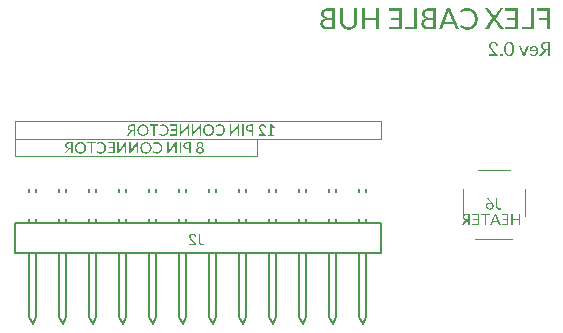
<source format=gbo>
G04 Layer_Color=32896*
%FSLAX44Y44*%
%MOMM*%
G71*
G01*
G75*
%ADD47C,0.1000*%
%ADD48C,0.2000*%
G36*
X527930Y437000D02*
X522052D01*
Y438051D01*
X526627D01*
Y441309D01*
X522925D01*
Y442316D01*
X526627D01*
Y445500D01*
X522052D01*
Y446551D01*
X527930D01*
Y437000D01*
D02*
G37*
G36*
X521282D02*
X520275D01*
X520171Y437015D01*
X520082Y437044D01*
X520023Y437074D01*
X520008Y437089D01*
X519934Y437163D01*
X519875Y437222D01*
X519860Y437281D01*
X519845Y437296D01*
X518942Y439606D01*
X514662D01*
X513774Y437296D01*
X513729Y437207D01*
X513670Y437133D01*
X513626Y437089D01*
X513611Y437074D01*
X513522Y437030D01*
X513433Y437015D01*
X513359Y437000D01*
X512337D01*
X516143Y446551D01*
X517461D01*
X521282Y437000D01*
D02*
G37*
G36*
X218894Y522140D02*
X219249Y522096D01*
X219575Y522037D01*
X219871Y521977D01*
X220108Y521903D01*
X220197Y521874D01*
X220286Y521844D01*
X220345Y521814D01*
X220390Y521800D01*
X220419Y521785D01*
X220434D01*
X220745Y521637D01*
X221026Y521474D01*
X221278Y521311D01*
X221500Y521148D01*
X221678Y521000D01*
X221796Y520881D01*
X221885Y520807D01*
X221900Y520793D01*
X221915Y520778D01*
X222137Y520526D01*
X222330Y520260D01*
X222493Y519993D01*
X222626Y519756D01*
X222729Y519549D01*
X222818Y519371D01*
X222848Y519312D01*
X222863Y519267D01*
X222878Y519238D01*
Y519223D01*
X222981Y518882D01*
X223070Y518542D01*
X223129Y518216D01*
X223159Y517920D01*
X223188Y517653D01*
Y517550D01*
X223203Y517446D01*
Y517372D01*
Y517313D01*
Y517283D01*
Y517268D01*
X223188Y516868D01*
X223159Y516498D01*
X223100Y516172D01*
X223040Y515876D01*
X222981Y515625D01*
X222952Y515521D01*
X222922Y515447D01*
X222907Y515373D01*
X222892Y515328D01*
X222878Y515299D01*
Y515284D01*
X222744Y514958D01*
X222581Y514662D01*
X222418Y514410D01*
X222270Y514188D01*
X222122Y513996D01*
X222019Y513862D01*
X221945Y513773D01*
X221915Y513759D01*
Y513744D01*
X221678Y513522D01*
X221426Y513314D01*
X221175Y513152D01*
X220938Y513004D01*
X220745Y512900D01*
X220582Y512811D01*
X220523Y512796D01*
X220479Y512766D01*
X220449Y512752D01*
X220434D01*
X220093Y512633D01*
X219768Y512544D01*
X219442Y512485D01*
X219146Y512441D01*
X218894Y512411D01*
X218776D01*
X218687Y512396D01*
X218509D01*
X218124Y512411D01*
X217769Y512456D01*
X217443Y512515D01*
X217147Y512574D01*
X216910Y512633D01*
X216821Y512663D01*
X216732Y512692D01*
X216673Y512722D01*
X216628Y512737D01*
X216599Y512752D01*
X216584D01*
X216273Y512900D01*
X215977Y513063D01*
X215725Y513226D01*
X215503Y513388D01*
X215325Y513522D01*
X215192Y513640D01*
X215118Y513714D01*
X215088Y513744D01*
X214866Y513996D01*
X214674Y514262D01*
X214511Y514514D01*
X214378Y514766D01*
X214259Y514973D01*
X214185Y515136D01*
X214156Y515195D01*
X214141Y515239D01*
X214126Y515269D01*
Y515284D01*
X214007Y515625D01*
X213933Y515980D01*
X213874Y516306D01*
X213830Y516617D01*
X213800Y516883D01*
Y516987D01*
X213785Y517090D01*
Y517165D01*
Y517224D01*
Y517253D01*
Y517268D01*
X213800Y517653D01*
X213845Y518023D01*
X213889Y518349D01*
X213948Y518645D01*
X214022Y518882D01*
X214052Y518986D01*
X214067Y519075D01*
X214096Y519134D01*
X214111Y519179D01*
X214126Y519208D01*
Y519223D01*
X214259Y519549D01*
X214422Y519845D01*
X214585Y520111D01*
X214733Y520334D01*
X214866Y520526D01*
X214985Y520659D01*
X215059Y520748D01*
X215074Y520778D01*
X215088D01*
X215325Y521015D01*
X215577Y521207D01*
X215829Y521385D01*
X216066Y521533D01*
X216273Y521637D01*
X216436Y521726D01*
X216495Y521755D01*
X216540Y521770D01*
X216569Y521785D01*
X216584D01*
X216910Y521903D01*
X217250Y521992D01*
X217576Y522066D01*
X217872Y522110D01*
X218124Y522140D01*
X218242D01*
X218331Y522155D01*
X218509D01*
X218894Y522140D01*
D02*
G37*
G36*
X538000Y437000D02*
X536697D01*
Y441339D01*
X531558D01*
Y437000D01*
X530255D01*
Y446551D01*
X531558D01*
Y442286D01*
X536697D01*
Y446551D01*
X538000D01*
Y437000D01*
D02*
G37*
G36*
X495382D02*
X494094D01*
Y440983D01*
X493116D01*
X492939Y440969D01*
X492820Y440954D01*
X492746Y440924D01*
X492716Y440909D01*
X492628Y440835D01*
X492554Y440761D01*
X492494Y440702D01*
X492480Y440687D01*
Y440672D01*
X489992Y437267D01*
X489918Y437178D01*
X489844Y437118D01*
X489755Y437059D01*
X489666Y437030D01*
X489592Y437015D01*
X489533Y437000D01*
X488333D01*
X491117Y440776D01*
X491265Y440954D01*
X491399Y441087D01*
X491458Y441132D01*
X491502Y441161D01*
X491532Y441191D01*
X491547D01*
X491339Y441235D01*
X491147Y441294D01*
X490984Y441354D01*
X490836Y441428D01*
X490717Y441472D01*
X490629Y441516D01*
X490569Y441546D01*
X490555Y441561D01*
X490392Y441665D01*
X490243Y441753D01*
X490125Y441857D01*
X490021Y441946D01*
X489933Y442035D01*
X489873Y442094D01*
X489829Y442138D01*
X489814Y442153D01*
X489607Y442420D01*
X489533Y442553D01*
X489459Y442686D01*
X489414Y442790D01*
X489370Y442864D01*
X489340Y442923D01*
Y442938D01*
X489281Y443101D01*
X489251Y443279D01*
X489222Y443442D01*
X489192Y443590D01*
Y443708D01*
X489177Y443812D01*
Y443871D01*
Y443901D01*
X489192Y444123D01*
X489207Y444330D01*
X489237Y444508D01*
X489281Y444671D01*
X489325Y444804D01*
X489355Y444908D01*
X489370Y444982D01*
X489385Y444996D01*
X489473Y445174D01*
X489577Y445337D01*
X489681Y445470D01*
X489785Y445589D01*
X489888Y445692D01*
X489962Y445766D01*
X490021Y445811D01*
X490036Y445826D01*
X490199Y445944D01*
X490392Y446063D01*
X490569Y446152D01*
X490747Y446226D01*
X490895Y446285D01*
X491014Y446329D01*
X491102Y446344D01*
X491117Y446359D01*
X491132D01*
X491384Y446418D01*
X491650Y446477D01*
X491917Y446507D01*
X492154Y446522D01*
X492361Y446536D01*
X492539Y446551D01*
X495382D01*
Y437000D01*
D02*
G37*
G36*
X517601Y611697D02*
X523764Y602508D01*
X521516D01*
X521349Y602536D01*
X521238Y602591D01*
X521155Y602619D01*
X521127Y602647D01*
X521016Y602758D01*
X520933Y602841D01*
X520877Y602924D01*
X520849Y602952D01*
X516185Y609976D01*
X516102Y610143D01*
X516019Y610309D01*
X515991Y610420D01*
X515963Y610476D01*
X511160Y602952D01*
X511077Y602841D01*
X510994Y602730D01*
X510938Y602674D01*
X510910Y602647D01*
X510772Y602563D01*
X510633Y602536D01*
X510522Y602508D01*
X508079D01*
X514214Y611808D01*
X508273Y620415D01*
X510577D01*
X510716Y620387D01*
X510827Y620359D01*
X510883Y620331D01*
X510910Y620303D01*
X511077Y620137D01*
X511133Y620054D01*
X511160Y620026D01*
X515574Y613474D01*
X515686Y613252D01*
X515769Y613058D01*
X515797Y612947D01*
X515824Y612891D01*
X520488Y620054D01*
X520572Y620165D01*
X520655Y620248D01*
X520710Y620276D01*
X520738Y620303D01*
X520849Y620359D01*
X520960Y620415D01*
X523515D01*
X517601Y611697D01*
D02*
G37*
G36*
X512100Y445470D02*
X508991D01*
Y437000D01*
X507702D01*
Y445470D01*
X504622D01*
Y446551D01*
X512100D01*
Y445470D01*
D02*
G37*
G36*
X503260Y437000D02*
X497381D01*
Y438051D01*
X501957D01*
Y441309D01*
X498255D01*
Y442316D01*
X501957D01*
Y445500D01*
X497381D01*
Y446551D01*
X503260D01*
Y437000D01*
D02*
G37*
G36*
X312023Y512500D02*
X310735D01*
Y516069D01*
X309209D01*
X308898Y516084D01*
X308602Y516098D01*
X308350Y516143D01*
X308128Y516187D01*
X307936Y516217D01*
X307803Y516261D01*
X307714Y516276D01*
X307684Y516291D01*
X307447Y516380D01*
X307225Y516483D01*
X307033Y516587D01*
X306884Y516691D01*
X306751Y516780D01*
X306647Y516854D01*
X306588Y516898D01*
X306573Y516913D01*
X306411Y517076D01*
X306277Y517224D01*
X306144Y517387D01*
X306055Y517535D01*
X305981Y517668D01*
X305922Y517772D01*
X305892Y517831D01*
X305877Y517861D01*
X305803Y518068D01*
X305744Y518290D01*
X305700Y518497D01*
X305670Y518675D01*
X305655Y518853D01*
X305641Y518971D01*
Y519060D01*
Y519090D01*
X305655Y519327D01*
X305670Y519563D01*
X305715Y519771D01*
X305744Y519949D01*
X305789Y520097D01*
X305833Y520215D01*
X305848Y520274D01*
X305863Y520304D01*
X305951Y520496D01*
X306055Y520674D01*
X306174Y520837D01*
X306277Y520970D01*
X306381Y521089D01*
X306455Y521163D01*
X306514Y521222D01*
X306529Y521237D01*
X306707Y521370D01*
X306884Y521489D01*
X307062Y521592D01*
X307240Y521681D01*
X307403Y521740D01*
X307521Y521785D01*
X307610Y521814D01*
X307625Y521829D01*
X307640D01*
X307891Y521903D01*
X308173Y521962D01*
X308424Y521992D01*
X308676Y522022D01*
X308883Y522037D01*
X309061Y522051D01*
X312023D01*
Y512500D01*
D02*
G37*
G36*
X303760D02*
X302472D01*
Y522051D01*
X303760D01*
Y512500D01*
D02*
G37*
G36*
X283428Y522140D02*
X283798Y522096D01*
X284124Y522037D01*
X284420Y521977D01*
X284657Y521903D01*
X284761Y521874D01*
X284835Y521844D01*
X284909Y521814D01*
X284953Y521800D01*
X284983Y521785D01*
X284998D01*
X285309Y521637D01*
X285605Y521474D01*
X285857Y521311D01*
X286079Y521148D01*
X286257Y521000D01*
X286390Y520881D01*
X286479Y520807D01*
X286493Y520793D01*
X286508Y520778D01*
X286730Y520526D01*
X286923Y520274D01*
X287086Y520008D01*
X287234Y519771D01*
X287338Y519563D01*
X287426Y519386D01*
X287441Y519327D01*
X287471Y519282D01*
X287486Y519253D01*
Y519238D01*
X287604Y518897D01*
X287678Y518557D01*
X287737Y518231D01*
X287782Y517920D01*
X287811Y517653D01*
Y517550D01*
X287826Y517446D01*
Y517372D01*
Y517313D01*
Y517283D01*
Y517268D01*
X287811Y516868D01*
X287782Y516498D01*
X287723Y516172D01*
X287663Y515876D01*
X287604Y515625D01*
X287575Y515521D01*
X287545Y515447D01*
X287530Y515373D01*
X287515Y515328D01*
X287500Y515299D01*
Y515284D01*
X287367Y514958D01*
X287219Y514662D01*
X287071Y514395D01*
X286923Y514173D01*
X286790Y513996D01*
X286686Y513862D01*
X286612Y513773D01*
X286582Y513759D01*
Y513744D01*
X286345Y513522D01*
X286108Y513314D01*
X285872Y513152D01*
X285649Y513004D01*
X285457Y512900D01*
X285294Y512811D01*
X285235Y512796D01*
X285190Y512766D01*
X285176Y512752D01*
X285161D01*
X284835Y512633D01*
X284509Y512544D01*
X284198Y512485D01*
X283902Y512441D01*
X283650Y512411D01*
X283547D01*
X283458Y512396D01*
X283280D01*
X282851Y512411D01*
X282481Y512456D01*
X282140Y512515D01*
X281844Y512589D01*
X281710Y512618D01*
X281607Y512648D01*
X281503Y512678D01*
X281429Y512707D01*
X281370Y512737D01*
X281325Y512752D01*
X281296Y512766D01*
X281281D01*
X280970Y512929D01*
X280704Y513092D01*
X280452Y513270D01*
X280244Y513448D01*
X280082Y513596D01*
X279948Y513714D01*
X279874Y513803D01*
X279845Y513833D01*
X280348Y514381D01*
X280422Y514440D01*
X280481Y514455D01*
X280526Y514469D01*
X280541D01*
X280615Y514455D01*
X280689Y514425D01*
X280748Y514381D01*
X280763Y514366D01*
X280940Y514218D01*
X281103Y514085D01*
X281177Y514040D01*
X281222Y514010D01*
X281251Y513996D01*
X281266Y513981D01*
X281459Y513862D01*
X281636Y513773D01*
X281710Y513744D01*
X281770Y513714D01*
X281799Y513699D01*
X281814D01*
X282036Y513640D01*
X282229Y513581D01*
X282318Y513566D01*
X282377D01*
X282421Y513551D01*
X282436D01*
X282703Y513522D01*
X282836D01*
X282954Y513507D01*
X283206D01*
X283458Y513522D01*
X283710Y513551D01*
X283917Y513581D01*
X284124Y513640D01*
X284287Y513685D01*
X284406Y513714D01*
X284480Y513744D01*
X284509Y513759D01*
X284731Y513862D01*
X284924Y513981D01*
X285102Y514099D01*
X285264Y514218D01*
X285383Y514321D01*
X285487Y514410D01*
X285546Y514469D01*
X285561Y514484D01*
X285723Y514677D01*
X285857Y514869D01*
X285975Y515077D01*
X286079Y515254D01*
X286153Y515417D01*
X286212Y515550D01*
X286242Y515639D01*
X286257Y515654D01*
Y515669D01*
X286345Y515936D01*
X286405Y516217D01*
X286449Y516483D01*
X286479Y516735D01*
X286493Y516942D01*
X286508Y517120D01*
Y517179D01*
Y517224D01*
Y517253D01*
Y517268D01*
X286493Y517579D01*
X286464Y517875D01*
X286434Y518142D01*
X286375Y518364D01*
X286331Y518557D01*
X286301Y518705D01*
X286271Y518793D01*
X286257Y518808D01*
Y518823D01*
X286153Y519075D01*
X286035Y519297D01*
X285916Y519504D01*
X285812Y519682D01*
X285709Y519815D01*
X285620Y519919D01*
X285561Y519993D01*
X285546Y520008D01*
X285368Y520185D01*
X285176Y520334D01*
X284998Y520467D01*
X284820Y520570D01*
X284672Y520659D01*
X284554Y520718D01*
X284480Y520748D01*
X284450Y520763D01*
X284213Y520852D01*
X283961Y520911D01*
X283724Y520970D01*
X283502Y521000D01*
X283325Y521015D01*
X283176Y521030D01*
X282880D01*
X282747Y521015D01*
X282614Y521000D01*
X282510D01*
X282406Y520985D01*
X282347Y520970D01*
X282303Y520956D01*
X282288D01*
X282066Y520911D01*
X281962Y520881D01*
X281888Y520867D01*
X281814Y520837D01*
X281770Y520822D01*
X281740Y520807D01*
X281725D01*
X281548Y520733D01*
X281414Y520674D01*
X281325Y520615D01*
X281311Y520600D01*
X281296D01*
X281177Y520526D01*
X281074Y520467D01*
X281014Y520422D01*
X280985Y520408D01*
X280896Y520348D01*
X280822Y520304D01*
X280763Y520274D01*
X280748Y520260D01*
X280674Y520230D01*
X280615Y520215D01*
X280585Y520200D01*
X280496D01*
X280437Y520215D01*
X280407Y520230D01*
X280392D01*
X280319Y520304D01*
X280289Y520334D01*
Y520348D01*
X279859Y520941D01*
X280082Y521148D01*
X280319Y521311D01*
X280555Y521474D01*
X280763Y521592D01*
X280940Y521696D01*
X281089Y521770D01*
X281148Y521800D01*
X281192Y521814D01*
X281207Y521829D01*
X281222D01*
X281518Y521933D01*
X281829Y522022D01*
X282125Y522081D01*
X282421Y522110D01*
X282658Y522140D01*
X282777D01*
X282866Y522155D01*
X283043D01*
X283428Y522140D01*
D02*
G37*
G36*
X235790D02*
X236160Y522096D01*
X236486Y522037D01*
X236782Y521977D01*
X237019Y521903D01*
X237123Y521874D01*
X237197Y521844D01*
X237271Y521814D01*
X237316Y521800D01*
X237345Y521785D01*
X237360D01*
X237671Y521637D01*
X237967Y521474D01*
X238219Y521311D01*
X238441Y521148D01*
X238619Y521000D01*
X238752Y520881D01*
X238841Y520807D01*
X238855Y520793D01*
X238870Y520778D01*
X239093Y520526D01*
X239285Y520274D01*
X239448Y520008D01*
X239596Y519771D01*
X239700Y519563D01*
X239788Y519386D01*
X239803Y519327D01*
X239833Y519282D01*
X239848Y519253D01*
Y519238D01*
X239966Y518897D01*
X240040Y518557D01*
X240099Y518231D01*
X240144Y517920D01*
X240173Y517653D01*
Y517550D01*
X240188Y517446D01*
Y517372D01*
Y517313D01*
Y517283D01*
Y517268D01*
X240173Y516868D01*
X240144Y516498D01*
X240085Y516172D01*
X240025Y515876D01*
X239966Y515625D01*
X239937Y515521D01*
X239907Y515447D01*
X239892Y515373D01*
X239877Y515328D01*
X239862Y515299D01*
Y515284D01*
X239729Y514958D01*
X239581Y514662D01*
X239433Y514395D01*
X239285Y514173D01*
X239152Y513996D01*
X239048Y513862D01*
X238974Y513773D01*
X238944Y513759D01*
Y513744D01*
X238707Y513522D01*
X238470Y513314D01*
X238234Y513152D01*
X238011Y513004D01*
X237819Y512900D01*
X237656Y512811D01*
X237597Y512796D01*
X237552Y512766D01*
X237538Y512752D01*
X237523D01*
X237197Y512633D01*
X236871Y512544D01*
X236560Y512485D01*
X236264Y512441D01*
X236012Y512411D01*
X235909D01*
X235820Y512396D01*
X235642D01*
X235213Y512411D01*
X234842Y512456D01*
X234502Y512515D01*
X234206Y512589D01*
X234072Y512618D01*
X233969Y512648D01*
X233865Y512678D01*
X233791Y512707D01*
X233732Y512737D01*
X233687Y512752D01*
X233658Y512766D01*
X233643D01*
X233332Y512929D01*
X233065Y513092D01*
X232814Y513270D01*
X232607Y513448D01*
X232444Y513596D01*
X232310Y513714D01*
X232236Y513803D01*
X232207Y513833D01*
X232710Y514381D01*
X232784Y514440D01*
X232843Y514455D01*
X232888Y514469D01*
X232903D01*
X232977Y514455D01*
X233051Y514425D01*
X233110Y514381D01*
X233125Y514366D01*
X233302Y514218D01*
X233465Y514085D01*
X233539Y514040D01*
X233584Y514010D01*
X233613Y513996D01*
X233628Y513981D01*
X233821Y513862D01*
X233998Y513773D01*
X234072Y513744D01*
X234132Y513714D01*
X234161Y513699D01*
X234176D01*
X234398Y513640D01*
X234591Y513581D01*
X234680Y513566D01*
X234739D01*
X234783Y513551D01*
X234798D01*
X235065Y513522D01*
X235198D01*
X235316Y513507D01*
X235568D01*
X235820Y513522D01*
X236072Y513551D01*
X236279Y513581D01*
X236486Y513640D01*
X236649Y513685D01*
X236768Y513714D01*
X236842Y513744D01*
X236871Y513759D01*
X237093Y513862D01*
X237286Y513981D01*
X237464Y514099D01*
X237626Y514218D01*
X237745Y514321D01*
X237849Y514410D01*
X237908Y514469D01*
X237923Y514484D01*
X238085Y514677D01*
X238219Y514869D01*
X238337Y515077D01*
X238441Y515254D01*
X238515Y515417D01*
X238574Y515550D01*
X238604Y515639D01*
X238619Y515654D01*
Y515669D01*
X238707Y515936D01*
X238767Y516217D01*
X238811Y516483D01*
X238841Y516735D01*
X238855Y516942D01*
X238870Y517120D01*
Y517179D01*
Y517224D01*
Y517253D01*
Y517268D01*
X238855Y517579D01*
X238826Y517875D01*
X238796Y518142D01*
X238737Y518364D01*
X238693Y518557D01*
X238663Y518705D01*
X238633Y518793D01*
X238619Y518808D01*
Y518823D01*
X238515Y519075D01*
X238396Y519297D01*
X238278Y519504D01*
X238174Y519682D01*
X238071Y519815D01*
X237982Y519919D01*
X237923Y519993D01*
X237908Y520008D01*
X237730Y520185D01*
X237538Y520334D01*
X237360Y520467D01*
X237182Y520570D01*
X237034Y520659D01*
X236916Y520718D01*
X236842Y520748D01*
X236812Y520763D01*
X236575Y520852D01*
X236323Y520911D01*
X236086Y520970D01*
X235864Y521000D01*
X235687Y521015D01*
X235539Y521030D01*
X235242D01*
X235109Y521015D01*
X234976Y521000D01*
X234872D01*
X234769Y520985D01*
X234709Y520970D01*
X234665Y520956D01*
X234650D01*
X234428Y520911D01*
X234324Y520881D01*
X234250Y520867D01*
X234176Y520837D01*
X234132Y520822D01*
X234102Y520807D01*
X234087D01*
X233910Y520733D01*
X233776Y520674D01*
X233687Y520615D01*
X233673Y520600D01*
X233658D01*
X233539Y520526D01*
X233436Y520467D01*
X233377Y520422D01*
X233347Y520408D01*
X233258Y520348D01*
X233184Y520304D01*
X233125Y520274D01*
X233110Y520260D01*
X233036Y520230D01*
X232977Y520215D01*
X232947Y520200D01*
X232858D01*
X232799Y520215D01*
X232769Y520230D01*
X232755D01*
X232680Y520304D01*
X232651Y520334D01*
Y520348D01*
X232222Y520941D01*
X232444Y521148D01*
X232680Y521311D01*
X232917Y521474D01*
X233125Y521592D01*
X233302Y521696D01*
X233451Y521770D01*
X233510Y521800D01*
X233554Y521814D01*
X233569Y521829D01*
X233584D01*
X233880Y521933D01*
X234191Y522022D01*
X234487Y522081D01*
X234783Y522110D01*
X235020Y522140D01*
X235139D01*
X235228Y522155D01*
X235405D01*
X235790Y522140D01*
D02*
G37*
G36*
X211890Y512500D02*
X210602D01*
Y516483D01*
X209624D01*
X209446Y516469D01*
X209328Y516454D01*
X209254Y516424D01*
X209224Y516409D01*
X209135Y516335D01*
X209061Y516261D01*
X209002Y516202D01*
X208987Y516187D01*
Y516172D01*
X206500Y512766D01*
X206426Y512678D01*
X206352Y512618D01*
X206263Y512559D01*
X206174Y512530D01*
X206100Y512515D01*
X206041Y512500D01*
X204841D01*
X207625Y516276D01*
X207773Y516454D01*
X207906Y516587D01*
X207966Y516632D01*
X208010Y516661D01*
X208040Y516691D01*
X208055D01*
X207847Y516735D01*
X207655Y516794D01*
X207492Y516854D01*
X207344Y516928D01*
X207225Y516972D01*
X207136Y517016D01*
X207077Y517046D01*
X207062Y517061D01*
X206899Y517165D01*
X206751Y517253D01*
X206633Y517357D01*
X206529Y517446D01*
X206440Y517535D01*
X206381Y517594D01*
X206337Y517638D01*
X206322Y517653D01*
X206115Y517920D01*
X206041Y518053D01*
X205966Y518186D01*
X205922Y518290D01*
X205878Y518364D01*
X205848Y518423D01*
Y518438D01*
X205789Y518601D01*
X205759Y518779D01*
X205730Y518942D01*
X205700Y519090D01*
Y519208D01*
X205685Y519312D01*
Y519371D01*
Y519401D01*
X205700Y519623D01*
X205715Y519830D01*
X205744Y520008D01*
X205789Y520171D01*
X205833Y520304D01*
X205863Y520408D01*
X205878Y520482D01*
X205893Y520496D01*
X205981Y520674D01*
X206085Y520837D01*
X206189Y520970D01*
X206292Y521089D01*
X206396Y521192D01*
X206470Y521266D01*
X206529Y521311D01*
X206544Y521326D01*
X206707Y521444D01*
X206899Y521563D01*
X207077Y521651D01*
X207255Y521726D01*
X207403Y521785D01*
X207521Y521829D01*
X207610Y521844D01*
X207625Y521859D01*
X207640D01*
X207892Y521918D01*
X208158Y521977D01*
X208425Y522007D01*
X208662Y522022D01*
X208869Y522037D01*
X209047Y522051D01*
X211890D01*
Y512500D01*
D02*
G37*
G36*
X274395Y522140D02*
X274751Y522096D01*
X275076Y522037D01*
X275373Y521977D01*
X275609Y521903D01*
X275698Y521874D01*
X275787Y521844D01*
X275846Y521814D01*
X275891Y521800D01*
X275921Y521785D01*
X275935D01*
X276246Y521637D01*
X276528Y521474D01*
X276779Y521311D01*
X277001Y521148D01*
X277179Y521000D01*
X277298Y520881D01*
X277386Y520807D01*
X277401Y520793D01*
X277416Y520778D01*
X277638Y520526D01*
X277831Y520260D01*
X277994Y519993D01*
X278127Y519756D01*
X278230Y519549D01*
X278319Y519371D01*
X278349Y519312D01*
X278364Y519267D01*
X278379Y519238D01*
Y519223D01*
X278482Y518882D01*
X278571Y518542D01*
X278630Y518216D01*
X278660Y517920D01*
X278690Y517653D01*
Y517550D01*
X278704Y517446D01*
Y517372D01*
Y517313D01*
Y517283D01*
Y517268D01*
X278690Y516868D01*
X278660Y516498D01*
X278601Y516172D01*
X278542Y515876D01*
X278482Y515625D01*
X278453Y515521D01*
X278423Y515447D01*
X278408Y515373D01*
X278393Y515328D01*
X278379Y515299D01*
Y515284D01*
X278245Y514958D01*
X278083Y514662D01*
X277920Y514410D01*
X277771Y514188D01*
X277623Y513996D01*
X277520Y513862D01*
X277446Y513773D01*
X277416Y513759D01*
Y513744D01*
X277179Y513522D01*
X276927Y513314D01*
X276676Y513152D01*
X276439Y513004D01*
X276246Y512900D01*
X276083Y512811D01*
X276024Y512796D01*
X275980Y512766D01*
X275950Y512752D01*
X275935D01*
X275595Y512633D01*
X275269Y512544D01*
X274943Y512485D01*
X274647Y512441D01*
X274395Y512411D01*
X274277D01*
X274188Y512396D01*
X274010D01*
X273625Y512411D01*
X273270Y512456D01*
X272944Y512515D01*
X272648Y512574D01*
X272411Y512633D01*
X272322Y512663D01*
X272233Y512692D01*
X272174Y512722D01*
X272130Y512737D01*
X272100Y512752D01*
X272085D01*
X271774Y512900D01*
X271478Y513063D01*
X271226Y513226D01*
X271004Y513388D01*
X270826Y513522D01*
X270693Y513640D01*
X270619Y513714D01*
X270590Y513744D01*
X270367Y513996D01*
X270175Y514262D01*
X270012Y514514D01*
X269879Y514766D01*
X269760Y514973D01*
X269686Y515136D01*
X269657Y515195D01*
X269642Y515239D01*
X269627Y515269D01*
Y515284D01*
X269508Y515625D01*
X269435Y515980D01*
X269375Y516306D01*
X269331Y516617D01*
X269301Y516883D01*
Y516987D01*
X269286Y517090D01*
Y517165D01*
Y517224D01*
Y517253D01*
Y517268D01*
X269301Y517653D01*
X269346Y518023D01*
X269390Y518349D01*
X269449Y518645D01*
X269523Y518882D01*
X269553Y518986D01*
X269568Y519075D01*
X269597Y519134D01*
X269612Y519179D01*
X269627Y519208D01*
Y519223D01*
X269760Y519549D01*
X269923Y519845D01*
X270086Y520111D01*
X270234Y520334D01*
X270367Y520526D01*
X270486Y520659D01*
X270560Y520748D01*
X270575Y520778D01*
X270590D01*
X270826Y521015D01*
X271078Y521207D01*
X271330Y521385D01*
X271567Y521533D01*
X271774Y521637D01*
X271937Y521726D01*
X271996Y521755D01*
X272041Y521770D01*
X272070Y521785D01*
X272085D01*
X272411Y521903D01*
X272752Y521992D01*
X273077Y522066D01*
X273373Y522110D01*
X273625Y522140D01*
X273744D01*
X273832Y522155D01*
X274010D01*
X274395Y522140D01*
D02*
G37*
G36*
X247385Y512500D02*
X241506D01*
Y513551D01*
X246082D01*
Y516809D01*
X242380D01*
Y517816D01*
X246082D01*
Y521000D01*
X241506D01*
Y522051D01*
X247385D01*
Y512500D01*
D02*
G37*
G36*
X231496Y520970D02*
X228386D01*
Y512500D01*
X227098D01*
Y520970D01*
X224018D01*
Y522051D01*
X231496D01*
Y520970D01*
D02*
G37*
G36*
X418407Y602508D02*
X415964D01*
Y610642D01*
X406330D01*
Y602508D01*
X403887D01*
Y620415D01*
X406330D01*
Y612419D01*
X415964D01*
Y620415D01*
X418407D01*
Y602508D01*
D02*
G37*
G36*
X515709Y592036D02*
X515949Y591999D01*
X516171Y591962D01*
X516338Y591925D01*
X516486Y591888D01*
X516560Y591869D01*
X516597Y591851D01*
X516838Y591758D01*
X517060Y591665D01*
X517264Y591554D01*
X517431Y591443D01*
X517579Y591351D01*
X517690Y591277D01*
X517764Y591221D01*
X517783Y591203D01*
X517968Y591036D01*
X518116Y590851D01*
X518264Y590684D01*
X518394Y590517D01*
X518486Y590369D01*
X518560Y590258D01*
X518597Y590184D01*
X518616Y590147D01*
X518727Y589906D01*
X518819Y589666D01*
X518912Y589406D01*
X518968Y589184D01*
X519023Y588999D01*
X519060Y588832D01*
X519079Y588740D01*
Y588721D01*
Y588703D01*
X518301Y588573D01*
X518227Y588555D01*
X518097D01*
X517968Y588573D01*
X517856Y588610D01*
X517783Y588629D01*
X517764Y588647D01*
X517671Y588758D01*
X517597Y588870D01*
X517579Y588962D01*
X517560Y588981D01*
Y588999D01*
X517468Y589277D01*
X517375Y589499D01*
X517338Y589592D01*
X517301Y589647D01*
X517264Y589684D01*
Y589703D01*
X517097Y589925D01*
X516931Y590110D01*
X516875Y590184D01*
X516820Y590240D01*
X516783Y590258D01*
X516764Y590277D01*
X516542Y590443D01*
X516320Y590555D01*
X516227Y590592D01*
X516153Y590629D01*
X516116Y590647D01*
X516097D01*
X515801Y590740D01*
X515542Y590777D01*
X515431Y590795D01*
X515264D01*
X514931Y590777D01*
X514783Y590758D01*
X514672Y590740D01*
X514561Y590703D01*
X514487Y590684D01*
X514431Y590666D01*
X514412D01*
X514135Y590555D01*
X513931Y590425D01*
X513838Y590369D01*
X513783Y590314D01*
X513746Y590295D01*
X513727Y590277D01*
X513524Y590073D01*
X513376Y589851D01*
X513339Y589758D01*
X513301Y589684D01*
X513264Y589629D01*
Y589610D01*
X513172Y589314D01*
X513116Y589018D01*
X513098Y588888D01*
Y588795D01*
Y588721D01*
Y588703D01*
X513116Y588314D01*
X513153Y588147D01*
X513172Y587999D01*
X513209Y587870D01*
X513246Y587777D01*
X513264Y587721D01*
Y587703D01*
X513394Y587370D01*
X513468Y587221D01*
X513524Y587073D01*
X513598Y586962D01*
X513635Y586870D01*
X513672Y586814D01*
X513690Y586796D01*
X513913Y586462D01*
X514024Y586314D01*
X514135Y586185D01*
X514227Y586073D01*
X514283Y585981D01*
X514338Y585925D01*
X514357Y585907D01*
X514653Y585574D01*
X514801Y585425D01*
X514931Y585277D01*
X515061Y585166D01*
X515153Y585055D01*
X515209Y585000D01*
X515227Y584981D01*
X519042Y581129D01*
X519134Y581018D01*
X519208Y580926D01*
X519245Y580852D01*
X519264Y580815D01*
X519301Y580704D01*
X519319Y580592D01*
Y580518D01*
Y580500D01*
Y580000D01*
X511339D01*
Y580889D01*
X511357Y581037D01*
X511413Y581167D01*
X511468Y581241D01*
X511487Y581259D01*
X511616Y581352D01*
X511727Y581389D01*
X511839Y581407D01*
X516116D01*
X516320Y581389D01*
X516412Y581370D01*
X516486D01*
X516523Y581352D01*
X516542D01*
X516783Y581315D01*
X517005Y581259D01*
X517079Y581241D01*
X517153Y581222D01*
X517190Y581204D01*
X517208D01*
X514061Y584407D01*
X513709Y584777D01*
X513542Y584944D01*
X513394Y585111D01*
X513283Y585222D01*
X513190Y585333D01*
X513135Y585388D01*
X513116Y585407D01*
X512802Y585777D01*
X512672Y585944D01*
X512561Y586110D01*
X512468Y586240D01*
X512394Y586333D01*
X512357Y586407D01*
X512339Y586425D01*
X512098Y586814D01*
X512005Y586999D01*
X511931Y587166D01*
X511857Y587295D01*
X511820Y587407D01*
X511783Y587481D01*
Y587499D01*
X511709Y587721D01*
X511672Y587944D01*
X511635Y588147D01*
X511598Y588332D01*
Y588499D01*
X511579Y588629D01*
Y588703D01*
Y588740D01*
X511598Y589018D01*
X511616Y589277D01*
X511672Y589518D01*
X511709Y589721D01*
X511765Y589888D01*
X511820Y590018D01*
X511839Y590110D01*
X511857Y590129D01*
X511968Y590351D01*
X512098Y590555D01*
X512228Y590740D01*
X512339Y590888D01*
X512450Y591017D01*
X512542Y591110D01*
X512598Y591166D01*
X512616Y591184D01*
X512802Y591332D01*
X513005Y591462D01*
X513190Y591573D01*
X513376Y591665D01*
X513524Y591740D01*
X513653Y591795D01*
X513727Y591814D01*
X513764Y591832D01*
X514005Y591906D01*
X514264Y591980D01*
X514487Y592017D01*
X514709Y592036D01*
X514894Y592054D01*
X515042Y592073D01*
X515449D01*
X515709Y592036D01*
D02*
G37*
G36*
X541558Y580000D02*
X540206D01*
X536762Y588444D01*
X537929D01*
X538040Y588425D01*
X538132Y588406D01*
X538188Y588369D01*
X538206Y588351D01*
X538280Y588277D01*
X538336Y588203D01*
X538354Y588147D01*
X538373Y588129D01*
X540539Y582685D01*
X540613Y582463D01*
X540669Y582278D01*
X540687Y582203D01*
X540706Y582148D01*
X540724Y582111D01*
Y582092D01*
X540780Y581870D01*
X540817Y581685D01*
X540836Y581611D01*
X540854Y581555D01*
X540873Y581518D01*
Y581500D01*
X540910Y581722D01*
X540965Y581907D01*
X540984Y581981D01*
Y582037D01*
X541002Y582074D01*
Y582092D01*
X541058Y582315D01*
X541113Y582500D01*
X541132Y582574D01*
X541150Y582629D01*
X541169Y582666D01*
Y582685D01*
X543317Y588129D01*
X543372Y588221D01*
X543428Y588295D01*
X543465Y588332D01*
X543484Y588351D01*
X543576Y588406D01*
X543669Y588425D01*
X543743Y588444D01*
X544983D01*
X541558Y580000D01*
D02*
G37*
G36*
X437757Y602508D02*
X426735D01*
Y604479D01*
X435314D01*
Y610587D01*
X428373D01*
Y612475D01*
X435314D01*
Y618443D01*
X426735D01*
Y620415D01*
X437757D01*
Y602508D01*
D02*
G37*
G36*
X381289D02*
X374959D01*
X374404Y602536D01*
X373904Y602563D01*
X373460Y602619D01*
X373071Y602702D01*
X372738Y602758D01*
X372488Y602813D01*
X372349Y602841D01*
X372294Y602869D01*
X371877Y603008D01*
X371489Y603174D01*
X371156Y603341D01*
X370878Y603507D01*
X370628Y603674D01*
X370462Y603785D01*
X370350Y603868D01*
X370323Y603896D01*
X370045Y604174D01*
X369795Y604451D01*
X369573Y604701D01*
X369407Y604951D01*
X369268Y605173D01*
X369184Y605340D01*
X369129Y605479D01*
X369101Y605506D01*
X368962Y605867D01*
X368851Y606228D01*
X368768Y606589D01*
X368713Y606894D01*
X368685Y607172D01*
X368657Y607394D01*
Y607533D01*
Y607588D01*
X368713Y608171D01*
X368824Y608727D01*
X368990Y609171D01*
X369157Y609560D01*
X369351Y609865D01*
X369518Y610087D01*
X369629Y610226D01*
X369684Y610281D01*
X370101Y610642D01*
X370573Y610948D01*
X371045Y611170D01*
X371516Y611364D01*
X371961Y611531D01*
X372155Y611586D01*
X372294Y611614D01*
X372433Y611642D01*
X372544Y611669D01*
X372599Y611697D01*
X372627D01*
X372322Y611808D01*
X372044Y611919D01*
X371794Y612030D01*
X371572Y612141D01*
X371405Y612225D01*
X371267Y612308D01*
X371183Y612336D01*
X371156Y612364D01*
X370711Y612697D01*
X370545Y612836D01*
X370378Y613002D01*
X370267Y613113D01*
X370184Y613224D01*
X370128Y613280D01*
X370101Y613307D01*
X369823Y613696D01*
X369629Y614085D01*
X369573Y614224D01*
X369518Y614335D01*
X369490Y614418D01*
Y614446D01*
X369351Y614918D01*
X369323Y615112D01*
X369296Y615306D01*
X369268Y615473D01*
Y615612D01*
Y615695D01*
Y615723D01*
X369296Y616111D01*
X369323Y616472D01*
X369379Y616805D01*
X369462Y617111D01*
X369545Y617333D01*
X369601Y617527D01*
X369629Y617638D01*
X369656Y617666D01*
X369795Y617971D01*
X369990Y618277D01*
X370184Y618527D01*
X370350Y618749D01*
X370517Y618915D01*
X370656Y619026D01*
X370767Y619110D01*
X370795Y619137D01*
X371100Y619360D01*
X371405Y619554D01*
X371739Y619693D01*
X372044Y619832D01*
X372322Y619943D01*
X372544Y620026D01*
X372682Y620054D01*
X372710Y620081D01*
X372738D01*
X373210Y620192D01*
X373682Y620276D01*
X374154Y620331D01*
X374626Y620387D01*
X375014D01*
X375320Y620415D01*
X381289D01*
Y602508D01*
D02*
G37*
G36*
X528892Y592054D02*
X529207Y592017D01*
X529504Y591962D01*
X529744Y591888D01*
X529966Y591814D01*
X530115Y591758D01*
X530226Y591721D01*
X530244Y591702D01*
X530263D01*
X530540Y591554D01*
X530800Y591369D01*
X531040Y591184D01*
X531244Y590999D01*
X531411Y590832D01*
X531522Y590703D01*
X531614Y590610D01*
X531633Y590573D01*
X531837Y590277D01*
X532022Y589962D01*
X532170Y589629D01*
X532299Y589332D01*
X532411Y589073D01*
X532485Y588851D01*
X532503Y588777D01*
X532522Y588721D01*
X532540Y588684D01*
Y588666D01*
X532651Y588221D01*
X532725Y587758D01*
X532799Y587314D01*
X532836Y586888D01*
Y586684D01*
X532855Y586518D01*
Y586351D01*
X532873Y586222D01*
Y586110D01*
Y586036D01*
Y585981D01*
Y585962D01*
X532855Y585388D01*
X532818Y584870D01*
X532762Y584407D01*
X532707Y584018D01*
X532670Y583833D01*
X532651Y583685D01*
X532614Y583555D01*
X532596Y583444D01*
X532577Y583352D01*
X532559Y583296D01*
X532540Y583259D01*
Y583240D01*
X532411Y582833D01*
X532262Y582463D01*
X532114Y582129D01*
X531966Y581852D01*
X531837Y581629D01*
X531726Y581463D01*
X531651Y581370D01*
X531633Y581333D01*
X531411Y581074D01*
X531170Y580852D01*
X530929Y580648D01*
X530726Y580500D01*
X530540Y580370D01*
X530392Y580296D01*
X530300Y580241D01*
X530263Y580222D01*
X529966Y580111D01*
X529652Y580019D01*
X529374Y579963D01*
X529115Y579907D01*
X528892Y579889D01*
X528707Y579870D01*
X528559D01*
X528226Y579889D01*
X527911Y579926D01*
X527615Y579981D01*
X527374Y580056D01*
X527152Y580111D01*
X526985Y580167D01*
X526893Y580204D01*
X526856Y580222D01*
X526559Y580370D01*
X526300Y580555D01*
X526078Y580741D01*
X525874Y580926D01*
X525708Y581074D01*
X525578Y581204D01*
X525504Y581296D01*
X525485Y581333D01*
X525282Y581629D01*
X525097Y581944D01*
X524930Y582278D01*
X524800Y582574D01*
X524689Y582833D01*
X524615Y583055D01*
X524597Y583129D01*
X524578Y583185D01*
X524560Y583222D01*
Y583240D01*
X524448Y583685D01*
X524356Y584148D01*
X524300Y584611D01*
X524245Y585037D01*
Y585222D01*
X524226Y585407D01*
Y585555D01*
X524208Y585703D01*
Y585814D01*
Y585888D01*
Y585944D01*
Y585962D01*
X524226Y586518D01*
X524263Y587036D01*
X524319Y587499D01*
X524374Y587907D01*
X524411Y588073D01*
X524448Y588221D01*
X524486Y588351D01*
X524504Y588462D01*
X524523Y588555D01*
X524541Y588610D01*
X524560Y588647D01*
Y588666D01*
X524689Y589073D01*
X524837Y589444D01*
X525004Y589777D01*
X525152Y590055D01*
X525282Y590277D01*
X525393Y590443D01*
X525467Y590536D01*
X525485Y590573D01*
X525708Y590832D01*
X525948Y591073D01*
X526171Y591258D01*
X526393Y591425D01*
X526578Y591554D01*
X526726Y591628D01*
X526819Y591684D01*
X526837Y591702D01*
X526856D01*
X527152Y591832D01*
X527448Y591925D01*
X527744Y591980D01*
X528004Y592036D01*
X528226Y592054D01*
X528411Y592073D01*
X528559D01*
X528892Y592054D01*
D02*
G37*
G36*
X522097Y581944D02*
X522226Y581926D01*
X522319Y581889D01*
X522337Y581870D01*
X522356D01*
X522486Y581796D01*
X522597Y581741D01*
X522671Y581666D01*
X522689Y581648D01*
X522782Y581537D01*
X522837Y581426D01*
X522874Y581333D01*
X522893Y581315D01*
Y581296D01*
X522930Y581167D01*
X522949Y581037D01*
X522967Y580944D01*
Y580926D01*
Y580907D01*
X522949Y580741D01*
X522930Y580611D01*
X522912Y580518D01*
X522893Y580500D01*
Y580481D01*
X522837Y580352D01*
X522763Y580241D01*
X522708Y580167D01*
X522689Y580148D01*
X522578Y580056D01*
X522467Y580000D01*
X522393Y579963D01*
X522356Y579944D01*
X522208Y579907D01*
X522078Y579889D01*
X521986Y579870D01*
X521949D01*
X521782Y579889D01*
X521652Y579907D01*
X521578Y579926D01*
X521541Y579944D01*
X521412Y580000D01*
X521301Y580074D01*
X521227Y580130D01*
X521208Y580148D01*
X521115Y580259D01*
X521041Y580370D01*
X521004Y580444D01*
X520986Y580481D01*
X520930Y580630D01*
X520912Y580778D01*
X520893Y580870D01*
Y580889D01*
Y580907D01*
X520912Y581055D01*
X520930Y581185D01*
X520967Y581259D01*
X520986Y581296D01*
X521060Y581444D01*
X521115Y581555D01*
X521189Y581629D01*
X521208Y581648D01*
X521319Y581741D01*
X521430Y581815D01*
X521504Y581852D01*
X521523Y581870D01*
X521541D01*
X521689Y581926D01*
X521819Y581944D01*
X521912Y581963D01*
X521949D01*
X522097Y581944D01*
D02*
G37*
G36*
X549650Y588555D02*
X549964Y588518D01*
X550242Y588462D01*
X550501Y588406D01*
X550705Y588351D01*
X550853Y588295D01*
X550946Y588258D01*
X550983Y588240D01*
X551242Y588110D01*
X551483Y587962D01*
X551686Y587814D01*
X551871Y587684D01*
X552020Y587555D01*
X552131Y587444D01*
X552205Y587370D01*
X552223Y587351D01*
X552408Y587129D01*
X552557Y586907D01*
X552686Y586684D01*
X552797Y586481D01*
X552890Y586296D01*
X552946Y586147D01*
X552982Y586055D01*
X553001Y586018D01*
X553094Y585722D01*
X553149Y585444D01*
X553205Y585166D01*
X553223Y584925D01*
X553242Y584703D01*
X553260Y584537D01*
Y584426D01*
Y584407D01*
Y584388D01*
X553242Y584000D01*
X553205Y583629D01*
X553168Y583296D01*
X553112Y583000D01*
X553057Y582777D01*
X553001Y582592D01*
X552982Y582481D01*
X552964Y582463D01*
Y582444D01*
X552834Y582148D01*
X552705Y581870D01*
X552575Y581629D01*
X552427Y581426D01*
X552316Y581259D01*
X552223Y581148D01*
X552149Y581055D01*
X552131Y581037D01*
X551927Y580833D01*
X551705Y580667D01*
X551483Y580518D01*
X551297Y580389D01*
X551112Y580296D01*
X550983Y580222D01*
X550890Y580185D01*
X550853Y580167D01*
X550575Y580074D01*
X550279Y580000D01*
X550020Y579963D01*
X549761Y579926D01*
X549557Y579907D01*
X549390Y579889D01*
X549242D01*
X548909Y579907D01*
X548742D01*
X548613Y579926D01*
X548483Y579944D01*
X548390D01*
X548335Y579963D01*
X548316D01*
X547965Y580037D01*
X547816Y580074D01*
X547687Y580111D01*
X547576Y580130D01*
X547483Y580167D01*
X547427Y580185D01*
X547409D01*
X547094Y580315D01*
X546946Y580389D01*
X546816Y580444D01*
X546724Y580500D01*
X546650Y580555D01*
X546594Y580574D01*
X546576Y580592D01*
X546298Y580796D01*
X546094Y580981D01*
X546020Y581074D01*
X545965Y581129D01*
X545928Y581167D01*
X545909Y581185D01*
X546335Y581722D01*
X546409Y581815D01*
X546502Y581852D01*
X546576Y581870D01*
X546613D01*
X546724Y581852D01*
X546835Y581815D01*
X546928Y581759D01*
X546946Y581741D01*
X546965D01*
X547113Y581648D01*
X547279Y581537D01*
X547391Y581481D01*
X547427Y581444D01*
X547446D01*
X547687Y581333D01*
X547909Y581259D01*
X548002Y581222D01*
X548076Y581185D01*
X548131Y581167D01*
X548150D01*
X548465Y581111D01*
X548631Y581074D01*
X548779D01*
X548909Y581055D01*
X549335D01*
X549538Y581092D01*
X549724Y581111D01*
X549890Y581148D01*
X550020Y581185D01*
X550112Y581204D01*
X550187Y581241D01*
X550205D01*
X550538Y581426D01*
X550686Y581518D01*
X550798Y581611D01*
X550909Y581703D01*
X550983Y581778D01*
X551020Y581815D01*
X551038Y581833D01*
X551168Y581981D01*
X551279Y582148D01*
X551446Y582463D01*
X551501Y582611D01*
X551557Y582722D01*
X551575Y582796D01*
X551594Y582814D01*
X551668Y583037D01*
X551705Y583277D01*
X551742Y583518D01*
X551779Y583740D01*
Y583926D01*
X551797Y584092D01*
Y584185D01*
Y584222D01*
X546168D01*
X546039Y584240D01*
X545946Y584277D01*
X545909Y584314D01*
X545891Y584333D01*
X545854Y584388D01*
X545835Y584444D01*
X545817Y584611D01*
X545798Y584685D01*
Y584740D01*
Y584777D01*
Y584796D01*
X545817Y585129D01*
X545835Y585425D01*
X545891Y585685D01*
X545928Y585925D01*
X545983Y586110D01*
X546039Y586259D01*
X546057Y586351D01*
X546076Y586388D01*
X546187Y586647D01*
X546298Y586870D01*
X546409Y587073D01*
X546539Y587240D01*
X546631Y587388D01*
X546724Y587481D01*
X546780Y587555D01*
X546798Y587573D01*
X546983Y587740D01*
X547168Y587888D01*
X547354Y588018D01*
X547520Y588129D01*
X547687Y588203D01*
X547798Y588258D01*
X547872Y588295D01*
X547909Y588314D01*
X548150Y588406D01*
X548409Y588462D01*
X548631Y588518D01*
X548853Y588536D01*
X549039Y588555D01*
X549187Y588573D01*
X549316D01*
X549650Y588555D01*
D02*
G37*
G36*
X563000Y580000D02*
X561389D01*
Y584981D01*
X560167D01*
X559945Y584963D01*
X559797Y584944D01*
X559704Y584907D01*
X559667Y584888D01*
X559556Y584796D01*
X559463Y584703D01*
X559389Y584629D01*
X559371Y584611D01*
Y584592D01*
X556260Y580333D01*
X556167Y580222D01*
X556075Y580148D01*
X555964Y580074D01*
X555853Y580037D01*
X555760Y580019D01*
X555686Y580000D01*
X554186D01*
X557667Y584722D01*
X557852Y584944D01*
X558019Y585111D01*
X558093Y585166D01*
X558149Y585203D01*
X558186Y585240D01*
X558204D01*
X557945Y585296D01*
X557704Y585370D01*
X557501Y585444D01*
X557315Y585536D01*
X557167Y585592D01*
X557056Y585648D01*
X556982Y585685D01*
X556964Y585703D01*
X556760Y585833D01*
X556575Y585944D01*
X556427Y586073D01*
X556297Y586185D01*
X556186Y586296D01*
X556112Y586370D01*
X556056Y586425D01*
X556038Y586444D01*
X555779Y586777D01*
X555686Y586944D01*
X555593Y587110D01*
X555538Y587240D01*
X555482Y587333D01*
X555445Y587407D01*
Y587425D01*
X555371Y587629D01*
X555334Y587851D01*
X555297Y588055D01*
X555260Y588240D01*
Y588388D01*
X555242Y588518D01*
Y588592D01*
Y588629D01*
X555260Y588907D01*
X555279Y589166D01*
X555316Y589388D01*
X555371Y589592D01*
X555427Y589758D01*
X555464Y589888D01*
X555482Y589981D01*
X555501Y589999D01*
X555612Y590221D01*
X555742Y590425D01*
X555871Y590592D01*
X556001Y590740D01*
X556130Y590869D01*
X556223Y590962D01*
X556297Y591017D01*
X556315Y591036D01*
X556519Y591184D01*
X556760Y591332D01*
X556982Y591443D01*
X557204Y591536D01*
X557389Y591610D01*
X557538Y591665D01*
X557649Y591684D01*
X557667Y591702D01*
X557686D01*
X558000Y591777D01*
X558334Y591851D01*
X558667Y591888D01*
X558963Y591906D01*
X559223Y591925D01*
X559445Y591943D01*
X563000D01*
Y580000D01*
D02*
G37*
G36*
X563270Y602508D02*
X560827D01*
Y610198D01*
X553498D01*
Y612169D01*
X560827D01*
Y618443D01*
X552248D01*
Y620415D01*
X563270D01*
Y602508D01*
D02*
G37*
G36*
X549139D02*
X538978D01*
Y604535D01*
X546724D01*
Y620415D01*
X549139D01*
Y602508D01*
D02*
G37*
G36*
X399695Y609504D02*
X399667Y608921D01*
X399612Y608394D01*
X399556Y607921D01*
X399445Y607477D01*
X399362Y607116D01*
X399306Y606839D01*
X399279Y606755D01*
X399251Y606672D01*
X399223Y606645D01*
Y606617D01*
X399029Y606145D01*
X398779Y605701D01*
X398557Y605312D01*
X398335Y604979D01*
X398113Y604729D01*
X397946Y604507D01*
X397835Y604396D01*
X397807Y604340D01*
X397446Y604007D01*
X397058Y603702D01*
X396669Y603424D01*
X396336Y603202D01*
X396031Y603035D01*
X395781Y602924D01*
X395614Y602841D01*
X395586Y602813D01*
X395559D01*
X395059Y602647D01*
X394531Y602508D01*
X394032Y602425D01*
X393560Y602341D01*
X393171Y602314D01*
X392866Y602286D01*
X392588D01*
X391977Y602314D01*
X391422Y602369D01*
X390922Y602452D01*
X390478Y602563D01*
X390117Y602647D01*
X389840Y602730D01*
X389756Y602758D01*
X389673Y602785D01*
X389645Y602813D01*
X389617D01*
X389146Y603035D01*
X388701Y603285D01*
X388313Y603535D01*
X387980Y603785D01*
X387730Y604007D01*
X387535Y604174D01*
X387397Y604285D01*
X387369Y604340D01*
X387035Y604729D01*
X386758Y605118D01*
X386508Y605479D01*
X386314Y605839D01*
X386147Y606145D01*
X386036Y606395D01*
X385981Y606561D01*
X385953Y606589D01*
Y606617D01*
X385786Y607116D01*
X385675Y607644D01*
X385564Y608116D01*
X385509Y608560D01*
X385481Y608949D01*
X385453Y609254D01*
Y609365D01*
Y609449D01*
Y609476D01*
Y609504D01*
Y620415D01*
X387868D01*
Y609504D01*
Y609088D01*
X387924Y608727D01*
X387980Y608366D01*
X388035Y608060D01*
X388091Y607811D01*
X388146Y607616D01*
X388174Y607505D01*
X388202Y607450D01*
X388340Y607116D01*
X388479Y606811D01*
X388618Y606533D01*
X388785Y606284D01*
X388896Y606089D01*
X389007Y605950D01*
X389090Y605867D01*
X389118Y605839D01*
X389368Y605617D01*
X389617Y605395D01*
X389867Y605201D01*
X390089Y605062D01*
X390312Y604951D01*
X390478Y604868D01*
X390589Y604812D01*
X390617Y604784D01*
X390950Y604673D01*
X391283Y604590D01*
X391616Y604507D01*
X391922Y604479D01*
X392199Y604451D01*
X392394Y604423D01*
X392588D01*
X393004Y604451D01*
X393365Y604479D01*
X393699Y604535D01*
X394004Y604618D01*
X394254Y604673D01*
X394420Y604729D01*
X394559Y604757D01*
X394587Y604784D01*
X394892Y604951D01*
X395170Y605118D01*
X395420Y605284D01*
X395642Y605451D01*
X395808Y605617D01*
X395947Y605728D01*
X396031Y605812D01*
X396058Y605839D01*
X396280Y606117D01*
X396447Y606395D01*
X396614Y606645D01*
X396752Y606894D01*
X396836Y607116D01*
X396919Y607283D01*
X396947Y607422D01*
X396974Y607450D01*
X397085Y607811D01*
X397141Y608171D01*
X397197Y608532D01*
X397252Y608838D01*
Y609115D01*
X397280Y609337D01*
Y609476D01*
Y609532D01*
Y620415D01*
X399695D01*
Y609504D01*
D02*
G37*
G36*
X493642Y620581D02*
X494337Y620498D01*
X494947Y620387D01*
X495503Y620276D01*
X495947Y620137D01*
X496141Y620081D01*
X496280Y620026D01*
X496419Y619970D01*
X496502Y619943D01*
X496557Y619915D01*
X496585D01*
X497168Y619637D01*
X497723Y619332D01*
X498195Y619026D01*
X498612Y618721D01*
X498945Y618443D01*
X499195Y618221D01*
X499361Y618083D01*
X499389Y618055D01*
X499417Y618027D01*
X499833Y617555D01*
X500194Y617083D01*
X500500Y616583D01*
X500777Y616139D01*
X500972Y615751D01*
X501138Y615417D01*
X501166Y615306D01*
X501222Y615223D01*
X501249Y615168D01*
Y615140D01*
X501471Y614501D01*
X501610Y613863D01*
X501721Y613252D01*
X501805Y612669D01*
X501860Y612169D01*
Y611975D01*
X501888Y611781D01*
Y611642D01*
Y611531D01*
Y611475D01*
Y611447D01*
X501860Y610698D01*
X501805Y610004D01*
X501693Y609393D01*
X501582Y608838D01*
X501471Y608366D01*
X501416Y608171D01*
X501360Y608033D01*
X501333Y607894D01*
X501305Y607811D01*
X501277Y607755D01*
Y607727D01*
X501027Y607116D01*
X500750Y606561D01*
X500472Y606062D01*
X500194Y605645D01*
X499944Y605312D01*
X499750Y605062D01*
X499611Y604896D01*
X499556Y604868D01*
Y604840D01*
X499112Y604423D01*
X498667Y604035D01*
X498223Y603730D01*
X497807Y603452D01*
X497446Y603257D01*
X497140Y603091D01*
X497029Y603063D01*
X496946Y603008D01*
X496918Y602980D01*
X496891D01*
X496280Y602758D01*
X495669Y602591D01*
X495086Y602480D01*
X494531Y602397D01*
X494059Y602341D01*
X493865D01*
X493698Y602314D01*
X493365D01*
X492560Y602341D01*
X491866Y602425D01*
X491227Y602536D01*
X490672Y602674D01*
X490422Y602730D01*
X490228Y602785D01*
X490033Y602841D01*
X489894Y602897D01*
X489784Y602952D01*
X489700Y602980D01*
X489645Y603008D01*
X489617D01*
X489034Y603313D01*
X488534Y603618D01*
X488062Y603951D01*
X487673Y604285D01*
X487368Y604562D01*
X487118Y604784D01*
X486979Y604951D01*
X486924Y605006D01*
X487868Y606034D01*
X488007Y606145D01*
X488118Y606172D01*
X488201Y606200D01*
X488229D01*
X488368Y606172D01*
X488506Y606117D01*
X488617Y606034D01*
X488645Y606006D01*
X488978Y605728D01*
X489284Y605479D01*
X489422Y605395D01*
X489506Y605340D01*
X489561Y605312D01*
X489589Y605284D01*
X489950Y605062D01*
X490283Y604896D01*
X490422Y604840D01*
X490533Y604784D01*
X490589Y604757D01*
X490616D01*
X491033Y604646D01*
X491394Y604535D01*
X491560Y604507D01*
X491671D01*
X491755Y604479D01*
X491782D01*
X492282Y604423D01*
X492532D01*
X492754Y604396D01*
X493226D01*
X493698Y604423D01*
X494170Y604479D01*
X494558Y604535D01*
X494947Y604646D01*
X495253Y604729D01*
X495475Y604784D01*
X495614Y604840D01*
X495669Y604868D01*
X496086Y605062D01*
X496446Y605284D01*
X496780Y605506D01*
X497085Y605728D01*
X497307Y605923D01*
X497501Y606089D01*
X497612Y606200D01*
X497640Y606228D01*
X497946Y606589D01*
X498195Y606950D01*
X498418Y607338D01*
X498612Y607672D01*
X498751Y607977D01*
X498862Y608227D01*
X498917Y608394D01*
X498945Y608421D01*
Y608449D01*
X499112Y608949D01*
X499223Y609476D01*
X499306Y609976D01*
X499361Y610448D01*
X499389Y610837D01*
X499417Y611170D01*
Y611281D01*
Y611364D01*
Y611420D01*
Y611447D01*
X499389Y612030D01*
X499334Y612586D01*
X499278Y613085D01*
X499167Y613502D01*
X499084Y613863D01*
X499028Y614140D01*
X498973Y614307D01*
X498945Y614335D01*
Y614362D01*
X498751Y614834D01*
X498529Y615251D01*
X498306Y615639D01*
X498112Y615973D01*
X497918Y616222D01*
X497751Y616417D01*
X497640Y616556D01*
X497612Y616583D01*
X497279Y616917D01*
X496918Y617194D01*
X496585Y617444D01*
X496252Y617638D01*
X495974Y617805D01*
X495752Y617916D01*
X495614Y617971D01*
X495558Y617999D01*
X495114Y618166D01*
X494642Y618277D01*
X494198Y618388D01*
X493781Y618443D01*
X493448Y618471D01*
X493170Y618499D01*
X492615D01*
X492365Y618471D01*
X492116Y618443D01*
X491921D01*
X491727Y618416D01*
X491616Y618388D01*
X491533Y618360D01*
X491505D01*
X491088Y618277D01*
X490894Y618221D01*
X490755Y618194D01*
X490616Y618138D01*
X490533Y618110D01*
X490477Y618083D01*
X490450D01*
X490117Y617944D01*
X489867Y617833D01*
X489700Y617722D01*
X489672Y617694D01*
X489645D01*
X489422Y617555D01*
X489228Y617444D01*
X489117Y617361D01*
X489062Y617333D01*
X488895Y617222D01*
X488756Y617139D01*
X488645Y617083D01*
X488617Y617055D01*
X488479Y617000D01*
X488368Y616972D01*
X488312Y616944D01*
X488145D01*
X488034Y616972D01*
X487979Y617000D01*
X487951D01*
X487812Y617139D01*
X487757Y617194D01*
Y617222D01*
X486952Y618332D01*
X487368Y618721D01*
X487812Y619026D01*
X488256Y619332D01*
X488645Y619554D01*
X488978Y619748D01*
X489256Y619887D01*
X489367Y619943D01*
X489450Y619970D01*
X489478Y619998D01*
X489506D01*
X490061Y620192D01*
X490644Y620359D01*
X491199Y620470D01*
X491755Y620526D01*
X492199Y620581D01*
X492421D01*
X492587Y620609D01*
X492921D01*
X493642Y620581D01*
D02*
G37*
G36*
X466769Y602508D02*
X460439D01*
X459884Y602536D01*
X459384Y602563D01*
X458940Y602619D01*
X458551Y602702D01*
X458218Y602758D01*
X457968Y602813D01*
X457829Y602841D01*
X457774Y602869D01*
X457357Y603008D01*
X456968Y603174D01*
X456635Y603341D01*
X456358Y603507D01*
X456108Y603674D01*
X455941Y603785D01*
X455830Y603868D01*
X455802Y603896D01*
X455525Y604174D01*
X455275Y604451D01*
X455053Y604701D01*
X454886Y604951D01*
X454748Y605173D01*
X454664Y605340D01*
X454609Y605479D01*
X454581Y605506D01*
X454442Y605867D01*
X454331Y606228D01*
X454248Y606589D01*
X454192Y606894D01*
X454165Y607172D01*
X454137Y607394D01*
Y607533D01*
Y607588D01*
X454192Y608171D01*
X454303Y608727D01*
X454470Y609171D01*
X454636Y609560D01*
X454831Y609865D01*
X454997Y610087D01*
X455108Y610226D01*
X455164Y610281D01*
X455580Y610642D01*
X456052Y610948D01*
X456524Y611170D01*
X456996Y611364D01*
X457440Y611531D01*
X457635Y611586D01*
X457774Y611614D01*
X457912Y611642D01*
X458023Y611669D01*
X458079Y611697D01*
X458107D01*
X457801Y611808D01*
X457524Y611919D01*
X457274Y612030D01*
X457052Y612141D01*
X456885Y612225D01*
X456746Y612308D01*
X456663Y612336D01*
X456635Y612364D01*
X456191Y612697D01*
X456025Y612836D01*
X455858Y613002D01*
X455747Y613113D01*
X455664Y613224D01*
X455608Y613280D01*
X455580Y613307D01*
X455303Y613696D01*
X455108Y614085D01*
X455053Y614224D01*
X454997Y614335D01*
X454970Y614418D01*
Y614446D01*
X454831Y614918D01*
X454803Y615112D01*
X454775Y615306D01*
X454748Y615473D01*
Y615612D01*
Y615695D01*
Y615723D01*
X454775Y616111D01*
X454803Y616472D01*
X454859Y616805D01*
X454942Y617111D01*
X455025Y617333D01*
X455081Y617527D01*
X455108Y617638D01*
X455136Y617666D01*
X455275Y617971D01*
X455469Y618277D01*
X455664Y618527D01*
X455830Y618749D01*
X455997Y618915D01*
X456136Y619026D01*
X456247Y619110D01*
X456274Y619137D01*
X456580Y619360D01*
X456885Y619554D01*
X457218Y619693D01*
X457524Y619832D01*
X457801Y619943D01*
X458023Y620026D01*
X458162Y620054D01*
X458190Y620081D01*
X458218D01*
X458690Y620192D01*
X459162Y620276D01*
X459634Y620331D01*
X460106Y620387D01*
X460494D01*
X460800Y620415D01*
X466769D01*
Y602508D01*
D02*
G37*
G36*
X450611D02*
X440450D01*
Y604535D01*
X448196D01*
Y620415D01*
X450611D01*
Y602508D01*
D02*
G37*
G36*
X536285D02*
X525263D01*
Y604479D01*
X533842D01*
Y610587D01*
X526902D01*
Y612475D01*
X533842D01*
Y618443D01*
X525263D01*
Y620415D01*
X536285D01*
Y602508D01*
D02*
G37*
G36*
X485813D02*
X483926D01*
X483731Y602536D01*
X483565Y602591D01*
X483454Y602647D01*
X483426Y602674D01*
X483287Y602813D01*
X483176Y602924D01*
X483148Y603035D01*
X483120Y603063D01*
X481427Y607394D01*
X473404D01*
X471738Y603063D01*
X471655Y602897D01*
X471544Y602758D01*
X471460Y602674D01*
X471433Y602647D01*
X471266Y602563D01*
X471100Y602536D01*
X470961Y602508D01*
X469045D01*
X476180Y620415D01*
X478651D01*
X485813Y602508D01*
D02*
G37*
G36*
X178515Y505970D02*
X175405D01*
Y497500D01*
X174117D01*
Y505970D01*
X171037D01*
Y507051D01*
X178515D01*
Y505970D01*
D02*
G37*
G36*
X194404Y497500D02*
X188525D01*
Y498551D01*
X193101D01*
Y501809D01*
X189399D01*
Y502816D01*
X193101D01*
Y506000D01*
X188525D01*
Y507051D01*
X194404D01*
Y497500D01*
D02*
G37*
G36*
X250779D02*
X249491D01*
Y507051D01*
X250779D01*
Y497500D01*
D02*
G37*
G36*
X221414Y507140D02*
X221770Y507096D01*
X222096Y507037D01*
X222392Y506977D01*
X222629Y506903D01*
X222717Y506874D01*
X222806Y506844D01*
X222866Y506814D01*
X222910Y506800D01*
X222939Y506785D01*
X222954D01*
X223265Y506637D01*
X223547Y506474D01*
X223798Y506311D01*
X224021Y506148D01*
X224198Y506000D01*
X224317Y505881D01*
X224405Y505807D01*
X224420Y505793D01*
X224435Y505778D01*
X224657Y505526D01*
X224850Y505260D01*
X225013Y504993D01*
X225146Y504756D01*
X225250Y504549D01*
X225338Y504371D01*
X225368Y504312D01*
X225383Y504267D01*
X225398Y504238D01*
Y504223D01*
X225501Y503882D01*
X225590Y503542D01*
X225649Y503216D01*
X225679Y502920D01*
X225709Y502653D01*
Y502550D01*
X225723Y502446D01*
Y502372D01*
Y502313D01*
Y502283D01*
Y502268D01*
X225709Y501868D01*
X225679Y501498D01*
X225620Y501172D01*
X225561Y500876D01*
X225501Y500625D01*
X225472Y500521D01*
X225442Y500447D01*
X225427Y500373D01*
X225413Y500328D01*
X225398Y500299D01*
Y500284D01*
X225264Y499958D01*
X225102Y499662D01*
X224939Y499410D01*
X224791Y499188D01*
X224643Y498996D01*
X224539Y498862D01*
X224465Y498773D01*
X224435Y498759D01*
Y498744D01*
X224198Y498522D01*
X223946Y498314D01*
X223695Y498152D01*
X223458Y498004D01*
X223265Y497900D01*
X223102Y497811D01*
X223043Y497796D01*
X222999Y497766D01*
X222969Y497752D01*
X222954D01*
X222614Y497633D01*
X222288Y497544D01*
X221962Y497485D01*
X221666Y497441D01*
X221414Y497411D01*
X221296D01*
X221207Y497396D01*
X221029D01*
X220644Y497411D01*
X220289Y497456D01*
X219963Y497515D01*
X219667Y497574D01*
X219430Y497633D01*
X219341Y497663D01*
X219252Y497692D01*
X219193Y497722D01*
X219149Y497737D01*
X219119Y497752D01*
X219104D01*
X218793Y497900D01*
X218497Y498063D01*
X218245Y498226D01*
X218023Y498388D01*
X217845Y498522D01*
X217712Y498640D01*
X217638Y498714D01*
X217609Y498744D01*
X217386Y498996D01*
X217194Y499262D01*
X217031Y499514D01*
X216898Y499766D01*
X216779Y499973D01*
X216705Y500136D01*
X216676Y500195D01*
X216661Y500239D01*
X216646Y500269D01*
Y500284D01*
X216528Y500625D01*
X216453Y500980D01*
X216394Y501306D01*
X216350Y501617D01*
X216320Y501883D01*
Y501987D01*
X216306Y502090D01*
Y502165D01*
Y502224D01*
Y502253D01*
Y502268D01*
X216320Y502653D01*
X216365Y503023D01*
X216409Y503349D01*
X216468Y503645D01*
X216542Y503882D01*
X216572Y503986D01*
X216587Y504075D01*
X216616Y504134D01*
X216631Y504179D01*
X216646Y504208D01*
Y504223D01*
X216779Y504549D01*
X216942Y504845D01*
X217105Y505111D01*
X217253Y505334D01*
X217386Y505526D01*
X217505Y505659D01*
X217579Y505748D01*
X217594Y505778D01*
X217609D01*
X217845Y506015D01*
X218097Y506207D01*
X218349Y506385D01*
X218586Y506533D01*
X218793Y506637D01*
X218956Y506726D01*
X219015Y506755D01*
X219060Y506770D01*
X219089Y506785D01*
X219104D01*
X219430Y506903D01*
X219771Y506992D01*
X220096Y507066D01*
X220392Y507110D01*
X220644Y507140D01*
X220763D01*
X220852Y507155D01*
X221029D01*
X221414Y507140D01*
D02*
G37*
G36*
X267024D02*
X267246Y507125D01*
X267453Y507096D01*
X267616Y507051D01*
X267764Y507007D01*
X267882Y506977D01*
X267942Y506962D01*
X267971Y506948D01*
X268164Y506874D01*
X268327Y506785D01*
X268490Y506696D01*
X268623Y506607D01*
X268727Y506533D01*
X268801Y506474D01*
X268860Y506429D01*
X268875Y506414D01*
X269008Y506281D01*
X269126Y506148D01*
X269230Y506015D01*
X269319Y505896D01*
X269378Y505778D01*
X269422Y505689D01*
X269452Y505630D01*
X269467Y505615D01*
X269526Y505437D01*
X269571Y505274D01*
X269615Y505111D01*
X269630Y504949D01*
X269645Y504830D01*
X269659Y504726D01*
Y504667D01*
Y504637D01*
X269645Y504356D01*
X269600Y504104D01*
X269541Y503882D01*
X269467Y503690D01*
X269408Y503527D01*
X269348Y503409D01*
X269304Y503334D01*
X269289Y503305D01*
X269126Y503112D01*
X268949Y502949D01*
X268756Y502801D01*
X268578Y502683D01*
X268401Y502594D01*
X268267Y502535D01*
X268179Y502490D01*
X268164Y502476D01*
X268149D01*
X268460Y502372D01*
X268741Y502239D01*
X268978Y502090D01*
X269171Y501957D01*
X269334Y501824D01*
X269437Y501720D01*
X269496Y501646D01*
X269526Y501617D01*
X269689Y501380D01*
X269793Y501128D01*
X269881Y500876D01*
X269941Y500639D01*
X269970Y500432D01*
X269985Y500254D01*
X270000Y500195D01*
Y500151D01*
Y500121D01*
Y500106D01*
X269985Y499884D01*
X269970Y499662D01*
X269926Y499484D01*
X269881Y499307D01*
X269852Y499173D01*
X269807Y499070D01*
X269793Y499010D01*
X269778Y498981D01*
X269674Y498803D01*
X269571Y498640D01*
X269467Y498492D01*
X269348Y498359D01*
X269260Y498255D01*
X269186Y498181D01*
X269126Y498137D01*
X269111Y498122D01*
X268949Y498004D01*
X268771Y497885D01*
X268593Y497796D01*
X268445Y497722D01*
X268297Y497648D01*
X268193Y497604D01*
X268119Y497589D01*
X268090Y497574D01*
X267868Y497515D01*
X267631Y497470D01*
X267423Y497441D01*
X267216Y497426D01*
X267038Y497411D01*
X266905Y497396D01*
X266787D01*
X266520Y497411D01*
X266283Y497426D01*
X266061Y497456D01*
X265868Y497485D01*
X265706Y497515D01*
X265587Y497544D01*
X265513Y497574D01*
X265483D01*
X265276Y497648D01*
X265069Y497737D01*
X264906Y497826D01*
X264743Y497915D01*
X264625Y498004D01*
X264536Y498063D01*
X264477Y498107D01*
X264462Y498122D01*
X264314Y498255D01*
X264180Y498403D01*
X264062Y498551D01*
X263973Y498685D01*
X263899Y498803D01*
X263840Y498892D01*
X263810Y498966D01*
X263795Y498981D01*
X263721Y499173D01*
X263662Y499366D01*
X263618Y499558D01*
X263588Y499736D01*
X263573Y499884D01*
X263558Y500003D01*
Y500077D01*
Y500106D01*
X263573Y500432D01*
X263633Y500728D01*
X263706Y500995D01*
X263795Y501202D01*
X263899Y501380D01*
X263973Y501513D01*
X264032Y501587D01*
X264047Y501617D01*
X264240Y501824D01*
X264462Y502002D01*
X264684Y502150D01*
X264906Y502268D01*
X265113Y502357D01*
X265276Y502431D01*
X265335Y502446D01*
X265380Y502461D01*
X265410Y502476D01*
X265424D01*
X265158Y502594D01*
X264921Y502727D01*
X264728Y502861D01*
X264565Y502994D01*
X264447Y503112D01*
X264358Y503216D01*
X264299Y503275D01*
X264284Y503305D01*
X264151Y503527D01*
X264062Y503749D01*
X263988Y503971D01*
X263943Y504179D01*
X263914Y504371D01*
X263899Y504504D01*
Y504563D01*
Y504608D01*
Y504623D01*
Y504637D01*
X263914Y504830D01*
X263929Y505008D01*
X263958Y505171D01*
X264003Y505319D01*
X264047Y505437D01*
X264077Y505541D01*
X264091Y505600D01*
X264106Y505615D01*
X264195Y505793D01*
X264284Y505941D01*
X264388Y506074D01*
X264477Y506192D01*
X264565Y506281D01*
X264639Y506355D01*
X264684Y506400D01*
X264699Y506414D01*
X264847Y506533D01*
X265010Y506637D01*
X265158Y506740D01*
X265306Y506814D01*
X265424Y506874D01*
X265528Y506918D01*
X265587Y506933D01*
X265617Y506948D01*
X265809Y507022D01*
X266017Y507066D01*
X266209Y507110D01*
X266402Y507125D01*
X266550Y507140D01*
X266683Y507155D01*
X266787D01*
X267024Y507140D01*
D02*
G37*
G36*
X158909Y497500D02*
X157621D01*
Y501483D01*
X156643D01*
X156466Y501469D01*
X156347Y501454D01*
X156273Y501424D01*
X156243Y501409D01*
X156155Y501335D01*
X156081Y501261D01*
X156021Y501202D01*
X156006Y501187D01*
Y501172D01*
X153519Y497766D01*
X153445Y497678D01*
X153371Y497618D01*
X153282Y497559D01*
X153193Y497530D01*
X153119Y497515D01*
X153060Y497500D01*
X151860D01*
X154644Y501276D01*
X154792Y501454D01*
X154925Y501587D01*
X154985Y501632D01*
X155029Y501661D01*
X155059Y501691D01*
X155074D01*
X154866Y501735D01*
X154674Y501794D01*
X154511Y501854D01*
X154363Y501928D01*
X154244Y501972D01*
X154155Y502016D01*
X154096Y502046D01*
X154081Y502061D01*
X153919Y502165D01*
X153770Y502253D01*
X153652Y502357D01*
X153548Y502446D01*
X153460Y502535D01*
X153400Y502594D01*
X153356Y502638D01*
X153341Y502653D01*
X153134Y502920D01*
X153060Y503053D01*
X152986Y503186D01*
X152941Y503290D01*
X152897Y503364D01*
X152867Y503423D01*
Y503438D01*
X152808Y503601D01*
X152778Y503779D01*
X152749Y503942D01*
X152719Y504090D01*
Y504208D01*
X152704Y504312D01*
Y504371D01*
Y504401D01*
X152719Y504623D01*
X152734Y504830D01*
X152764Y505008D01*
X152808Y505171D01*
X152852Y505304D01*
X152882Y505408D01*
X152897Y505482D01*
X152912Y505496D01*
X153000Y505674D01*
X153104Y505837D01*
X153208Y505970D01*
X153311Y506089D01*
X153415Y506192D01*
X153489Y506266D01*
X153548Y506311D01*
X153563Y506326D01*
X153726Y506444D01*
X153919Y506563D01*
X154096Y506651D01*
X154274Y506726D01*
X154422Y506785D01*
X154541Y506829D01*
X154629Y506844D01*
X154644Y506859D01*
X154659D01*
X154911Y506918D01*
X155177Y506977D01*
X155444Y507007D01*
X155681Y507022D01*
X155888Y507037D01*
X156066Y507051D01*
X158909D01*
Y497500D01*
D02*
G37*
G36*
X230447Y507140D02*
X230818Y507096D01*
X231143Y507037D01*
X231439Y506977D01*
X231676Y506903D01*
X231780Y506874D01*
X231854Y506844D01*
X231928Y506814D01*
X231973Y506800D01*
X232002Y506785D01*
X232017D01*
X232328Y506637D01*
X232624Y506474D01*
X232876Y506311D01*
X233098Y506148D01*
X233276Y506000D01*
X233409Y505881D01*
X233498Y505807D01*
X233513Y505793D01*
X233527Y505778D01*
X233750Y505526D01*
X233942Y505274D01*
X234105Y505008D01*
X234253Y504771D01*
X234357Y504563D01*
X234445Y504386D01*
X234460Y504327D01*
X234490Y504282D01*
X234505Y504253D01*
Y504238D01*
X234623Y503897D01*
X234697Y503557D01*
X234757Y503231D01*
X234801Y502920D01*
X234830Y502653D01*
Y502550D01*
X234845Y502446D01*
Y502372D01*
Y502313D01*
Y502283D01*
Y502268D01*
X234830Y501868D01*
X234801Y501498D01*
X234742Y501172D01*
X234682Y500876D01*
X234623Y500625D01*
X234594Y500521D01*
X234564Y500447D01*
X234549Y500373D01*
X234534Y500328D01*
X234520Y500299D01*
Y500284D01*
X234386Y499958D01*
X234238Y499662D01*
X234090Y499395D01*
X233942Y499173D01*
X233809Y498996D01*
X233705Y498862D01*
X233631Y498773D01*
X233601Y498759D01*
Y498744D01*
X233365Y498522D01*
X233128Y498314D01*
X232891Y498152D01*
X232668Y498004D01*
X232476Y497900D01*
X232313Y497811D01*
X232254Y497796D01*
X232209Y497766D01*
X232195Y497752D01*
X232180D01*
X231854Y497633D01*
X231528Y497544D01*
X231217Y497485D01*
X230921Y497441D01*
X230669Y497411D01*
X230566D01*
X230477Y497396D01*
X230299D01*
X229870Y497411D01*
X229500Y497456D01*
X229159Y497515D01*
X228863Y497589D01*
X228729Y497618D01*
X228626Y497648D01*
X228522Y497678D01*
X228448Y497707D01*
X228389Y497737D01*
X228344Y497752D01*
X228315Y497766D01*
X228300D01*
X227989Y497929D01*
X227723Y498092D01*
X227471Y498270D01*
X227264Y498448D01*
X227101Y498596D01*
X226967Y498714D01*
X226893Y498803D01*
X226864Y498833D01*
X227367Y499381D01*
X227441Y499440D01*
X227500Y499455D01*
X227545Y499469D01*
X227560D01*
X227634Y499455D01*
X227708Y499425D01*
X227767Y499381D01*
X227782Y499366D01*
X227959Y499218D01*
X228122Y499085D01*
X228196Y499040D01*
X228241Y499010D01*
X228270Y498996D01*
X228285Y498981D01*
X228478Y498862D01*
X228655Y498773D01*
X228729Y498744D01*
X228789Y498714D01*
X228818Y498699D01*
X228833D01*
X229055Y498640D01*
X229248Y498581D01*
X229337Y498566D01*
X229396D01*
X229440Y498551D01*
X229455D01*
X229722Y498522D01*
X229855D01*
X229973Y498507D01*
X230225D01*
X230477Y498522D01*
X230729Y498551D01*
X230936Y498581D01*
X231143Y498640D01*
X231306Y498685D01*
X231425Y498714D01*
X231499Y498744D01*
X231528Y498759D01*
X231750Y498862D01*
X231943Y498981D01*
X232121Y499099D01*
X232283Y499218D01*
X232402Y499321D01*
X232506Y499410D01*
X232565Y499469D01*
X232580Y499484D01*
X232743Y499677D01*
X232876Y499869D01*
X232994Y500077D01*
X233098Y500254D01*
X233172Y500417D01*
X233231Y500550D01*
X233261Y500639D01*
X233276Y500654D01*
Y500669D01*
X233365Y500936D01*
X233424Y501217D01*
X233468Y501483D01*
X233498Y501735D01*
X233513Y501942D01*
X233527Y502120D01*
Y502179D01*
Y502224D01*
Y502253D01*
Y502268D01*
X233513Y502579D01*
X233483Y502875D01*
X233453Y503142D01*
X233394Y503364D01*
X233350Y503557D01*
X233320Y503705D01*
X233291Y503793D01*
X233276Y503808D01*
Y503823D01*
X233172Y504075D01*
X233053Y504297D01*
X232935Y504504D01*
X232831Y504682D01*
X232728Y504815D01*
X232639Y504919D01*
X232580Y504993D01*
X232565Y505008D01*
X232387Y505186D01*
X232195Y505334D01*
X232017Y505467D01*
X231839Y505570D01*
X231691Y505659D01*
X231573Y505718D01*
X231499Y505748D01*
X231469Y505763D01*
X231232Y505852D01*
X230980Y505911D01*
X230744Y505970D01*
X230521Y506000D01*
X230344Y506015D01*
X230196Y506030D01*
X229899D01*
X229766Y506015D01*
X229633Y506000D01*
X229529D01*
X229426Y505985D01*
X229366Y505970D01*
X229322Y505956D01*
X229307D01*
X229085Y505911D01*
X228981Y505881D01*
X228907Y505867D01*
X228833Y505837D01*
X228789Y505822D01*
X228759Y505807D01*
X228744D01*
X228567Y505733D01*
X228433Y505674D01*
X228344Y505615D01*
X228330Y505600D01*
X228315D01*
X228196Y505526D01*
X228093Y505467D01*
X228034Y505422D01*
X228004Y505408D01*
X227915Y505348D01*
X227841Y505304D01*
X227782Y505274D01*
X227767Y505260D01*
X227693Y505230D01*
X227634Y505215D01*
X227604Y505200D01*
X227515D01*
X227456Y505215D01*
X227426Y505230D01*
X227412D01*
X227338Y505304D01*
X227308Y505334D01*
Y505348D01*
X226879Y505941D01*
X227101Y506148D01*
X227338Y506311D01*
X227575Y506474D01*
X227782Y506592D01*
X227959Y506696D01*
X228108Y506770D01*
X228167Y506800D01*
X228211Y506814D01*
X228226Y506829D01*
X228241D01*
X228537Y506933D01*
X228848Y507022D01*
X229144Y507081D01*
X229440Y507110D01*
X229677Y507140D01*
X229796D01*
X229885Y507155D01*
X230062D01*
X230447Y507140D01*
D02*
G37*
G36*
X214543Y497500D02*
X213403D01*
Y504297D01*
Y504401D01*
Y504490D01*
X213418Y504563D01*
Y504593D01*
Y504712D01*
Y504815D01*
X213433Y504889D01*
Y504919D01*
X207924Y497722D01*
X207850Y497648D01*
X207791Y497589D01*
X207746Y497559D01*
X207731Y497544D01*
X207643Y497515D01*
X207554Y497500D01*
X206799D01*
Y507051D01*
X207939D01*
Y500284D01*
Y500165D01*
Y500062D01*
Y499988D01*
Y499973D01*
Y499958D01*
Y499840D01*
X207924Y499736D01*
X207909Y499662D01*
Y499647D01*
Y499632D01*
X213418Y506829D01*
X213507Y506918D01*
X213566Y506962D01*
X213610Y506992D01*
X213625Y507007D01*
X213699Y507037D01*
X213773Y507051D01*
X214543D01*
Y497500D01*
D02*
G37*
G36*
X204474D02*
X203333D01*
Y504297D01*
Y504401D01*
Y504490D01*
X203348Y504563D01*
Y504593D01*
Y504712D01*
Y504815D01*
X203363Y504889D01*
Y504919D01*
X197854Y497722D01*
X197780Y497648D01*
X197721Y497589D01*
X197677Y497559D01*
X197662Y497544D01*
X197573Y497515D01*
X197484Y497500D01*
X196729D01*
Y507051D01*
X197869D01*
Y500284D01*
Y500165D01*
Y500062D01*
Y499988D01*
Y499973D01*
Y499958D01*
Y499840D01*
X197854Y499736D01*
X197840Y499662D01*
Y499647D01*
Y499632D01*
X203348Y506829D01*
X203437Y506918D01*
X203496Y506962D01*
X203541Y506992D01*
X203556Y507007D01*
X203630Y507037D01*
X203704Y507051D01*
X204474D01*
Y497500D01*
D02*
G37*
G36*
X259042D02*
X257754D01*
Y501069D01*
X256228D01*
X255917Y501084D01*
X255621Y501098D01*
X255369Y501143D01*
X255147Y501187D01*
X254955Y501217D01*
X254822Y501261D01*
X254733Y501276D01*
X254703Y501291D01*
X254466Y501380D01*
X254244Y501483D01*
X254052Y501587D01*
X253904Y501691D01*
X253770Y501780D01*
X253666Y501854D01*
X253607Y501898D01*
X253592Y501913D01*
X253430Y502076D01*
X253296Y502224D01*
X253163Y502387D01*
X253074Y502535D01*
X253000Y502668D01*
X252941Y502772D01*
X252911Y502831D01*
X252896Y502861D01*
X252822Y503068D01*
X252763Y503290D01*
X252719Y503497D01*
X252689Y503675D01*
X252674Y503853D01*
X252660Y503971D01*
Y504060D01*
Y504090D01*
X252674Y504327D01*
X252689Y504563D01*
X252734Y504771D01*
X252763Y504949D01*
X252808Y505097D01*
X252852Y505215D01*
X252867Y505274D01*
X252882Y505304D01*
X252971Y505496D01*
X253074Y505674D01*
X253193Y505837D01*
X253296Y505970D01*
X253400Y506089D01*
X253474Y506163D01*
X253533Y506222D01*
X253548Y506237D01*
X253726Y506370D01*
X253904Y506489D01*
X254081Y506592D01*
X254259Y506681D01*
X254422Y506740D01*
X254540Y506785D01*
X254629Y506814D01*
X254644Y506829D01*
X254659D01*
X254910Y506903D01*
X255192Y506962D01*
X255443Y506992D01*
X255695Y507022D01*
X255903Y507037D01*
X256080Y507051D01*
X259042D01*
Y497500D01*
D02*
G37*
G36*
X246944D02*
X245803D01*
Y504297D01*
Y504401D01*
Y504490D01*
X245818Y504563D01*
Y504593D01*
Y504712D01*
Y504815D01*
X245833Y504889D01*
Y504919D01*
X240324Y497722D01*
X240250Y497648D01*
X240191Y497589D01*
X240147Y497559D01*
X240132Y497544D01*
X240043Y497515D01*
X239954Y497500D01*
X239199D01*
Y507051D01*
X240339D01*
Y500284D01*
Y500165D01*
Y500062D01*
Y499988D01*
Y499973D01*
Y499958D01*
Y499840D01*
X240324Y499736D01*
X240310Y499662D01*
Y499647D01*
Y499632D01*
X245818Y506829D01*
X245907Y506918D01*
X245966Y506962D01*
X246011Y506992D01*
X246026Y507007D01*
X246100Y507037D01*
X246174Y507051D01*
X246944D01*
Y497500D01*
D02*
G37*
G36*
X182809Y507140D02*
X183179Y507096D01*
X183505Y507037D01*
X183801Y506977D01*
X184038Y506903D01*
X184142Y506874D01*
X184216Y506844D01*
X184290Y506814D01*
X184335Y506800D01*
X184364Y506785D01*
X184379D01*
X184690Y506637D01*
X184986Y506474D01*
X185238Y506311D01*
X185460Y506148D01*
X185638Y506000D01*
X185771Y505881D01*
X185860Y505807D01*
X185875Y505793D01*
X185889Y505778D01*
X186112Y505526D01*
X186304Y505274D01*
X186467Y505008D01*
X186615Y504771D01*
X186719Y504563D01*
X186807Y504386D01*
X186822Y504327D01*
X186852Y504282D01*
X186867Y504253D01*
Y504238D01*
X186985Y503897D01*
X187059Y503557D01*
X187118Y503231D01*
X187163Y502920D01*
X187192Y502653D01*
Y502550D01*
X187207Y502446D01*
Y502372D01*
Y502313D01*
Y502283D01*
Y502268D01*
X187192Y501868D01*
X187163Y501498D01*
X187104Y501172D01*
X187045Y500876D01*
X186985Y500625D01*
X186956Y500521D01*
X186926Y500447D01*
X186911Y500373D01*
X186896Y500328D01*
X186882Y500299D01*
Y500284D01*
X186748Y499958D01*
X186600Y499662D01*
X186452Y499395D01*
X186304Y499173D01*
X186171Y498996D01*
X186067Y498862D01*
X185993Y498773D01*
X185963Y498759D01*
Y498744D01*
X185727Y498522D01*
X185490Y498314D01*
X185253Y498152D01*
X185030Y498004D01*
X184838Y497900D01*
X184675Y497811D01*
X184616Y497796D01*
X184571Y497766D01*
X184557Y497752D01*
X184542D01*
X184216Y497633D01*
X183890Y497544D01*
X183579Y497485D01*
X183283Y497441D01*
X183031Y497411D01*
X182928D01*
X182839Y497396D01*
X182661D01*
X182232Y497411D01*
X181862Y497456D01*
X181521Y497515D01*
X181225Y497589D01*
X181092Y497618D01*
X180988Y497648D01*
X180884Y497678D01*
X180810Y497707D01*
X180751Y497737D01*
X180707Y497752D01*
X180677Y497766D01*
X180662D01*
X180351Y497929D01*
X180085Y498092D01*
X179833Y498270D01*
X179625Y498448D01*
X179463Y498596D01*
X179329Y498714D01*
X179255Y498803D01*
X179226Y498833D01*
X179729Y499381D01*
X179803Y499440D01*
X179862Y499455D01*
X179907Y499469D01*
X179922D01*
X179996Y499455D01*
X180070Y499425D01*
X180129Y499381D01*
X180144Y499366D01*
X180322Y499218D01*
X180484Y499085D01*
X180558Y499040D01*
X180603Y499010D01*
X180632Y498996D01*
X180647Y498981D01*
X180840Y498862D01*
X181017Y498773D01*
X181092Y498744D01*
X181151Y498714D01*
X181180Y498699D01*
X181195D01*
X181417Y498640D01*
X181610Y498581D01*
X181699Y498566D01*
X181758D01*
X181802Y498551D01*
X181817D01*
X182084Y498522D01*
X182217D01*
X182335Y498507D01*
X182587D01*
X182839Y498522D01*
X183091Y498551D01*
X183298Y498581D01*
X183505Y498640D01*
X183668Y498685D01*
X183787Y498714D01*
X183861Y498744D01*
X183890Y498759D01*
X184112Y498862D01*
X184305Y498981D01*
X184483Y499099D01*
X184646Y499218D01*
X184764Y499321D01*
X184868Y499410D01*
X184927Y499469D01*
X184942Y499484D01*
X185105Y499677D01*
X185238Y499869D01*
X185356Y500077D01*
X185460Y500254D01*
X185534Y500417D01*
X185593Y500550D01*
X185623Y500639D01*
X185638Y500654D01*
Y500669D01*
X185727Y500936D01*
X185786Y501217D01*
X185830Y501483D01*
X185860Y501735D01*
X185875Y501942D01*
X185889Y502120D01*
Y502179D01*
Y502224D01*
Y502253D01*
Y502268D01*
X185875Y502579D01*
X185845Y502875D01*
X185815Y503142D01*
X185756Y503364D01*
X185712Y503557D01*
X185682Y503705D01*
X185653Y503793D01*
X185638Y503808D01*
Y503823D01*
X185534Y504075D01*
X185416Y504297D01*
X185297Y504504D01*
X185193Y504682D01*
X185090Y504815D01*
X185001Y504919D01*
X184942Y504993D01*
X184927Y505008D01*
X184749Y505186D01*
X184557Y505334D01*
X184379Y505467D01*
X184201Y505570D01*
X184053Y505659D01*
X183935Y505718D01*
X183861Y505748D01*
X183831Y505763D01*
X183594Y505852D01*
X183342Y505911D01*
X183106Y505970D01*
X182883Y506000D01*
X182706Y506015D01*
X182558Y506030D01*
X182261D01*
X182128Y506015D01*
X181995Y506000D01*
X181891D01*
X181787Y505985D01*
X181728Y505970D01*
X181684Y505956D01*
X181669D01*
X181447Y505911D01*
X181343Y505881D01*
X181269Y505867D01*
X181195Y505837D01*
X181151Y505822D01*
X181121Y505807D01*
X181106D01*
X180929Y505733D01*
X180795Y505674D01*
X180707Y505615D01*
X180692Y505600D01*
X180677D01*
X180558Y505526D01*
X180455Y505467D01*
X180396Y505422D01*
X180366Y505408D01*
X180277Y505348D01*
X180203Y505304D01*
X180144Y505274D01*
X180129Y505260D01*
X180055Y505230D01*
X179996Y505215D01*
X179966Y505200D01*
X179877D01*
X179818Y505215D01*
X179788Y505230D01*
X179774D01*
X179700Y505304D01*
X179670Y505334D01*
Y505348D01*
X179240Y505941D01*
X179463Y506148D01*
X179700Y506311D01*
X179937Y506474D01*
X180144Y506592D01*
X180322Y506696D01*
X180470Y506770D01*
X180529Y506800D01*
X180573Y506814D01*
X180588Y506829D01*
X180603D01*
X180899Y506933D01*
X181210Y507022D01*
X181506Y507081D01*
X181802Y507110D01*
X182039Y507140D01*
X182158D01*
X182247Y507155D01*
X182424D01*
X182809Y507140D01*
D02*
G37*
G36*
X511276Y459536D02*
X511410Y459507D01*
X511484Y459477D01*
X511498Y459462D01*
X511513D01*
X511617Y459388D01*
X511706Y459329D01*
X511765Y459270D01*
X511780Y459255D01*
X514179Y455997D01*
X514386Y455701D01*
X514579Y455420D01*
X514727Y455153D01*
X514845Y454931D01*
X514949Y454739D01*
X515008Y454590D01*
X515038Y454546D01*
X515052Y454502D01*
X515067Y454487D01*
Y454472D01*
X515156Y454220D01*
X515215Y453969D01*
X515275Y453746D01*
X515304Y453554D01*
X515319Y453391D01*
X515334Y453258D01*
Y453184D01*
Y453154D01*
X515319Y452873D01*
X515304Y452621D01*
X515260Y452399D01*
X515215Y452192D01*
X515186Y452029D01*
X515141Y451895D01*
X515126Y451821D01*
X515112Y451792D01*
X515023Y451584D01*
X514919Y451377D01*
X514815Y451214D01*
X514712Y451066D01*
X514623Y450933D01*
X514549Y450844D01*
X514505Y450785D01*
X514490Y450770D01*
X514327Y450622D01*
X514164Y450489D01*
X513986Y450385D01*
X513838Y450296D01*
X513705Y450222D01*
X513586Y450163D01*
X513527Y450133D01*
X513498Y450118D01*
X513275Y450044D01*
X513038Y449985D01*
X512831Y449955D01*
X512624Y449926D01*
X512446Y449911D01*
X512313Y449896D01*
X512194D01*
X511928Y449911D01*
X511676Y449941D01*
X511454Y449970D01*
X511261Y450015D01*
X511099Y450059D01*
X510965Y450104D01*
X510891Y450118D01*
X510862Y450133D01*
X510640Y450237D01*
X510447Y450340D01*
X510269Y450444D01*
X510121Y450548D01*
X509988Y450637D01*
X509899Y450711D01*
X509840Y450770D01*
X509825Y450785D01*
X509677Y450948D01*
X509544Y451125D01*
X509425Y451288D01*
X509336Y451436D01*
X509262Y451570D01*
X509203Y451688D01*
X509174Y451747D01*
X509159Y451777D01*
X509070Y451999D01*
X509011Y452206D01*
X508966Y452414D01*
X508937Y452606D01*
X508922Y452769D01*
X508907Y452887D01*
Y452976D01*
Y453006D01*
X508922Y453258D01*
X508937Y453480D01*
X508981Y453687D01*
X509025Y453865D01*
X509070Y454013D01*
X509100Y454117D01*
X509129Y454176D01*
X509144Y454205D01*
X509233Y454398D01*
X509336Y454576D01*
X509440Y454724D01*
X509544Y454857D01*
X509633Y454961D01*
X509707Y455035D01*
X509751Y455079D01*
X509766Y455094D01*
X509914Y455227D01*
X510062Y455346D01*
X510225Y455434D01*
X510358Y455509D01*
X510491Y455583D01*
X510580Y455627D01*
X510640Y455642D01*
X510669Y455657D01*
X510862Y455716D01*
X511054Y455775D01*
X511232Y455805D01*
X511395Y455820D01*
X511543Y455834D01*
X511646Y455849D01*
X511750D01*
X512091Y455834D01*
X512239Y455805D01*
X512372Y455790D01*
X512476Y455760D01*
X512565Y455731D01*
X512624Y455716D01*
X512639D01*
X512935Y455597D01*
X513053Y455538D01*
X513172Y455479D01*
X513261Y455434D01*
X513335Y455390D01*
X513379Y455360D01*
X513394Y455346D01*
X510077Y459551D01*
X511128D01*
X511276Y459536D01*
D02*
G37*
G36*
X266935Y423273D02*
Y423050D01*
X266950Y422858D01*
X266979Y422680D01*
X266994Y422517D01*
X267024Y422399D01*
X267053Y422295D01*
X267068Y422236D01*
Y422221D01*
X267112Y422073D01*
X267172Y421925D01*
X267231Y421807D01*
X267290Y421703D01*
X267334Y421629D01*
X267379Y421555D01*
X267409Y421525D01*
X267423Y421510D01*
X267616Y421333D01*
X267794Y421214D01*
X267882Y421170D01*
X267942Y421140D01*
X267986Y421111D01*
X268001D01*
X268267Y421037D01*
X268401Y421007D01*
X268519Y420992D01*
X268623D01*
X268712Y420977D01*
X268786D01*
X269008Y420992D01*
X269111D01*
X269186Y421007D01*
X269245Y421022D01*
X269289D01*
X269319Y421037D01*
X269334D01*
X269467Y421066D01*
X269556Y421096D01*
X269645D01*
X269733Y421081D01*
X269793Y421066D01*
X269837Y421037D01*
X269852Y421022D01*
X269896Y420962D01*
X269926Y420903D01*
X269941Y420844D01*
Y420829D01*
X269956Y420696D01*
X269970Y420578D01*
X269985Y420489D01*
Y420474D01*
Y420459D01*
X270000Y420311D01*
Y420192D01*
Y420104D01*
Y420089D01*
Y420074D01*
X269748Y420015D01*
X269496Y419970D01*
X269274Y419941D01*
X269067Y419926D01*
X268904Y419911D01*
X268771Y419896D01*
X268667D01*
X268401Y419911D01*
X268164Y419926D01*
X267942Y419970D01*
X267749Y420015D01*
X267601Y420044D01*
X267483Y420089D01*
X267409Y420104D01*
X267379Y420118D01*
X267172Y420222D01*
X266994Y420326D01*
X266831Y420429D01*
X266698Y420548D01*
X266579Y420637D01*
X266505Y420711D01*
X266446Y420770D01*
X266431Y420785D01*
X266298Y420962D01*
X266180Y421140D01*
X266076Y421318D01*
X266002Y421481D01*
X265928Y421629D01*
X265883Y421747D01*
X265868Y421821D01*
X265854Y421851D01*
X265780Y422103D01*
X265735Y422340D01*
X265691Y422591D01*
X265676Y422814D01*
X265661Y423006D01*
X265646Y423154D01*
Y423213D01*
Y423258D01*
Y423273D01*
Y423287D01*
Y429551D01*
X266935D01*
Y423273D01*
D02*
G37*
G36*
X257455Y512500D02*
X256314D01*
Y519297D01*
Y519401D01*
Y519490D01*
X256329Y519563D01*
Y519593D01*
Y519712D01*
Y519815D01*
X256344Y519889D01*
Y519919D01*
X250835Y512722D01*
X250761Y512648D01*
X250702Y512589D01*
X250658Y512559D01*
X250643Y512544D01*
X250554Y512515D01*
X250465Y512500D01*
X249710D01*
Y522051D01*
X250850D01*
Y515284D01*
Y515165D01*
Y515062D01*
Y514988D01*
Y514973D01*
Y514958D01*
Y514840D01*
X250835Y514736D01*
X250821Y514662D01*
Y514647D01*
Y514632D01*
X256329Y521829D01*
X256418Y521918D01*
X256477Y521962D01*
X256522Y521992D01*
X256537Y522007D01*
X256611Y522037D01*
X256685Y522051D01*
X257455D01*
Y512500D01*
D02*
G37*
G36*
X299925D02*
X298784D01*
Y519297D01*
Y519401D01*
Y519490D01*
X298799Y519563D01*
Y519593D01*
Y519712D01*
Y519815D01*
X298814Y519889D01*
Y519919D01*
X293305Y512722D01*
X293231Y512648D01*
X293172Y512589D01*
X293128Y512559D01*
X293113Y512544D01*
X293024Y512515D01*
X292935Y512500D01*
X292180D01*
Y522051D01*
X293320D01*
Y515284D01*
Y515165D01*
Y515062D01*
Y514988D01*
Y514973D01*
Y514958D01*
Y514840D01*
X293305Y514736D01*
X293291Y514662D01*
Y514647D01*
Y514632D01*
X298799Y521829D01*
X298888Y521918D01*
X298947Y521962D01*
X298992Y521992D01*
X299006Y522007D01*
X299081Y522037D01*
X299154Y522051D01*
X299925D01*
Y512500D01*
D02*
G37*
G36*
X267524D02*
X266384D01*
Y519297D01*
Y519401D01*
Y519490D01*
X266399Y519563D01*
Y519593D01*
Y519712D01*
Y519815D01*
X266414Y519889D01*
Y519919D01*
X260905Y512722D01*
X260831Y512648D01*
X260772Y512589D01*
X260727Y512559D01*
X260712Y512544D01*
X260624Y512515D01*
X260535Y512500D01*
X259779D01*
Y522051D01*
X260920D01*
Y515284D01*
Y515165D01*
Y515062D01*
Y514988D01*
Y514973D01*
Y514958D01*
Y514840D01*
X260905Y514736D01*
X260890Y514662D01*
Y514647D01*
Y514632D01*
X266399Y521829D01*
X266488Y521918D01*
X266547Y521962D01*
X266591Y521992D01*
X266606Y522007D01*
X266680Y522037D01*
X266754Y522051D01*
X267524D01*
Y512500D01*
D02*
G37*
G36*
X260908Y429625D02*
X261100Y429596D01*
X261278Y429566D01*
X261411Y429537D01*
X261530Y429507D01*
X261589Y429492D01*
X261619Y429477D01*
X261811Y429403D01*
X261989Y429329D01*
X262152Y429240D01*
X262285Y429151D01*
X262403Y429077D01*
X262492Y429018D01*
X262551Y428974D01*
X262566Y428959D01*
X262714Y428826D01*
X262833Y428678D01*
X262951Y428544D01*
X263055Y428411D01*
X263129Y428293D01*
X263188Y428204D01*
X263218Y428144D01*
X263233Y428115D01*
X263321Y427922D01*
X263396Y427730D01*
X263470Y427523D01*
X263514Y427345D01*
X263558Y427197D01*
X263588Y427063D01*
X263603Y426990D01*
Y426975D01*
Y426960D01*
X262981Y426856D01*
X262922Y426841D01*
X262818D01*
X262714Y426856D01*
X262626Y426886D01*
X262566Y426901D01*
X262551Y426915D01*
X262477Y427004D01*
X262418Y427093D01*
X262403Y427167D01*
X262389Y427182D01*
Y427197D01*
X262314Y427419D01*
X262241Y427597D01*
X262211Y427671D01*
X262181Y427715D01*
X262152Y427745D01*
Y427760D01*
X262018Y427937D01*
X261885Y428085D01*
X261841Y428144D01*
X261796Y428189D01*
X261767Y428204D01*
X261752Y428218D01*
X261574Y428352D01*
X261396Y428441D01*
X261322Y428470D01*
X261263Y428500D01*
X261234Y428515D01*
X261219D01*
X260982Y428589D01*
X260774Y428618D01*
X260686Y428633D01*
X260552D01*
X260286Y428618D01*
X260167Y428604D01*
X260079Y428589D01*
X259990Y428559D01*
X259930Y428544D01*
X259886Y428530D01*
X259871D01*
X259649Y428441D01*
X259486Y428337D01*
X259412Y428293D01*
X259368Y428248D01*
X259338Y428233D01*
X259323Y428218D01*
X259160Y428056D01*
X259042Y427878D01*
X259012Y427804D01*
X258983Y427745D01*
X258953Y427700D01*
Y427686D01*
X258879Y427449D01*
X258835Y427212D01*
X258820Y427108D01*
Y427034D01*
Y426975D01*
Y426960D01*
X258835Y426649D01*
X258864Y426516D01*
X258879Y426397D01*
X258909Y426293D01*
X258938Y426219D01*
X258953Y426175D01*
Y426160D01*
X259057Y425894D01*
X259116Y425775D01*
X259160Y425657D01*
X259220Y425568D01*
X259249Y425494D01*
X259279Y425449D01*
X259294Y425435D01*
X259471Y425168D01*
X259560Y425050D01*
X259649Y424946D01*
X259723Y424857D01*
X259767Y424783D01*
X259812Y424739D01*
X259827Y424724D01*
X260064Y424457D01*
X260182Y424339D01*
X260286Y424220D01*
X260389Y424132D01*
X260464Y424043D01*
X260508Y423998D01*
X260523Y423983D01*
X263573Y420903D01*
X263647Y420814D01*
X263706Y420740D01*
X263736Y420681D01*
X263751Y420652D01*
X263780Y420563D01*
X263795Y420474D01*
Y420415D01*
Y420400D01*
Y420000D01*
X257413D01*
Y420711D01*
X257428Y420829D01*
X257472Y420933D01*
X257517Y420992D01*
X257532Y421007D01*
X257635Y421081D01*
X257724Y421111D01*
X257813Y421125D01*
X261234D01*
X261396Y421111D01*
X261471Y421096D01*
X261530D01*
X261559Y421081D01*
X261574D01*
X261767Y421051D01*
X261944Y421007D01*
X262004Y420992D01*
X262063Y420977D01*
X262092Y420962D01*
X262107D01*
X259590Y423524D01*
X259308Y423820D01*
X259175Y423954D01*
X259057Y424087D01*
X258968Y424176D01*
X258894Y424265D01*
X258849Y424309D01*
X258835Y424324D01*
X258583Y424620D01*
X258479Y424753D01*
X258390Y424887D01*
X258316Y424990D01*
X258257Y425064D01*
X258228Y425124D01*
X258213Y425138D01*
X258020Y425449D01*
X257946Y425597D01*
X257887Y425731D01*
X257828Y425834D01*
X257798Y425923D01*
X257768Y425983D01*
Y425997D01*
X257709Y426175D01*
X257680Y426353D01*
X257650Y426516D01*
X257620Y426664D01*
Y426797D01*
X257605Y426901D01*
Y426960D01*
Y426990D01*
X257620Y427212D01*
X257635Y427419D01*
X257680Y427611D01*
X257709Y427774D01*
X257754Y427908D01*
X257798Y428011D01*
X257813Y428085D01*
X257828Y428100D01*
X257917Y428278D01*
X258020Y428441D01*
X258124Y428589D01*
X258213Y428707D01*
X258302Y428811D01*
X258376Y428885D01*
X258420Y428929D01*
X258435Y428944D01*
X258583Y429063D01*
X258746Y429166D01*
X258894Y429255D01*
X259042Y429329D01*
X259160Y429388D01*
X259264Y429433D01*
X259323Y429448D01*
X259353Y429462D01*
X259545Y429522D01*
X259753Y429581D01*
X259930Y429610D01*
X260108Y429625D01*
X260256Y429640D01*
X260375Y429655D01*
X260700D01*
X260908Y429625D01*
D02*
G37*
G36*
X518517Y453273D02*
Y453050D01*
X518532Y452858D01*
X518562Y452680D01*
X518577Y452517D01*
X518606Y452399D01*
X518636Y452295D01*
X518651Y452236D01*
Y452221D01*
X518695Y452073D01*
X518755Y451925D01*
X518814Y451806D01*
X518873Y451703D01*
X518917Y451629D01*
X518962Y451555D01*
X518991Y451525D01*
X519006Y451510D01*
X519199Y451333D01*
X519376Y451214D01*
X519465Y451170D01*
X519524Y451140D01*
X519569Y451110D01*
X519584D01*
X519850Y451036D01*
X519983Y451007D01*
X520102Y450992D01*
X520206D01*
X520294Y450977D01*
X520369D01*
X520591Y450992D01*
X520694D01*
X520768Y451007D01*
X520828Y451022D01*
X520872D01*
X520902Y451036D01*
X520916D01*
X521050Y451066D01*
X521139Y451096D01*
X521227D01*
X521316Y451081D01*
X521376Y451066D01*
X521420Y451036D01*
X521435Y451022D01*
X521479Y450962D01*
X521509Y450903D01*
X521524Y450844D01*
Y450829D01*
X521538Y450696D01*
X521553Y450577D01*
X521568Y450489D01*
Y450474D01*
Y450459D01*
X521583Y450311D01*
Y450192D01*
Y450104D01*
Y450089D01*
Y450074D01*
X521331Y450015D01*
X521079Y449970D01*
X520857Y449941D01*
X520650Y449926D01*
X520487Y449911D01*
X520354Y449896D01*
X520250D01*
X519983Y449911D01*
X519747Y449926D01*
X519524Y449970D01*
X519332Y450015D01*
X519184Y450044D01*
X519065Y450089D01*
X518991Y450104D01*
X518962Y450118D01*
X518755Y450222D01*
X518577Y450326D01*
X518414Y450429D01*
X518281Y450548D01*
X518162Y450637D01*
X518088Y450711D01*
X518029Y450770D01*
X518014Y450785D01*
X517881Y450962D01*
X517762Y451140D01*
X517659Y451318D01*
X517585Y451481D01*
X517511Y451629D01*
X517466Y451747D01*
X517451Y451821D01*
X517436Y451851D01*
X517363Y452103D01*
X517318Y452340D01*
X517274Y452591D01*
X517259Y452813D01*
X517244Y453006D01*
X517229Y453154D01*
Y453213D01*
Y453258D01*
Y453273D01*
Y453287D01*
Y459551D01*
X518517D01*
Y453273D01*
D02*
G37*
G36*
X165913Y507140D02*
X166269Y507096D01*
X166594Y507037D01*
X166891Y506977D01*
X167127Y506903D01*
X167216Y506874D01*
X167305Y506844D01*
X167364Y506814D01*
X167409Y506800D01*
X167438Y506785D01*
X167453D01*
X167764Y506637D01*
X168046Y506474D01*
X168297Y506311D01*
X168519Y506148D01*
X168697Y506000D01*
X168816Y505881D01*
X168904Y505807D01*
X168919Y505793D01*
X168934Y505778D01*
X169156Y505526D01*
X169349Y505260D01*
X169512Y504993D01*
X169645Y504756D01*
X169748Y504549D01*
X169837Y504371D01*
X169867Y504312D01*
X169882Y504267D01*
X169897Y504238D01*
Y504223D01*
X170000Y503882D01*
X170089Y503542D01*
X170148Y503216D01*
X170178Y502920D01*
X170208Y502653D01*
Y502550D01*
X170222Y502446D01*
Y502372D01*
Y502313D01*
Y502283D01*
Y502268D01*
X170208Y501868D01*
X170178Y501498D01*
X170119Y501172D01*
X170060Y500876D01*
X170000Y500625D01*
X169971Y500521D01*
X169941Y500447D01*
X169926Y500373D01*
X169911Y500328D01*
X169897Y500299D01*
Y500284D01*
X169763Y499958D01*
X169600Y499662D01*
X169438Y499410D01*
X169289Y499188D01*
X169141Y498996D01*
X169038Y498862D01*
X168964Y498773D01*
X168934Y498759D01*
Y498744D01*
X168697Y498522D01*
X168445Y498314D01*
X168194Y498152D01*
X167957Y498004D01*
X167764Y497900D01*
X167601Y497811D01*
X167542Y497796D01*
X167498Y497766D01*
X167468Y497752D01*
X167453D01*
X167113Y497633D01*
X166787Y497544D01*
X166461Y497485D01*
X166165Y497441D01*
X165913Y497411D01*
X165795D01*
X165706Y497396D01*
X165528D01*
X165143Y497411D01*
X164788Y497456D01*
X164462Y497515D01*
X164166Y497574D01*
X163929Y497633D01*
X163840Y497663D01*
X163751Y497692D01*
X163692Y497722D01*
X163647Y497737D01*
X163618Y497752D01*
X163603D01*
X163292Y497900D01*
X162996Y498063D01*
X162744Y498226D01*
X162522Y498388D01*
X162344Y498522D01*
X162211Y498640D01*
X162137Y498714D01*
X162107Y498744D01*
X161885Y498996D01*
X161693Y499262D01*
X161530Y499514D01*
X161397Y499766D01*
X161278Y499973D01*
X161204Y500136D01*
X161175Y500195D01*
X161160Y500239D01*
X161145Y500269D01*
Y500284D01*
X161026Y500625D01*
X160952Y500980D01*
X160893Y501306D01*
X160849Y501617D01*
X160819Y501883D01*
Y501987D01*
X160804Y502090D01*
Y502165D01*
Y502224D01*
Y502253D01*
Y502268D01*
X160819Y502653D01*
X160864Y503023D01*
X160908Y503349D01*
X160967Y503645D01*
X161041Y503882D01*
X161071Y503986D01*
X161086Y504075D01*
X161115Y504134D01*
X161130Y504179D01*
X161145Y504208D01*
Y504223D01*
X161278Y504549D01*
X161441Y504845D01*
X161604Y505111D01*
X161752Y505334D01*
X161885Y505526D01*
X162004Y505659D01*
X162078Y505748D01*
X162093Y505778D01*
X162107D01*
X162344Y506015D01*
X162596Y506207D01*
X162848Y506385D01*
X163085Y506533D01*
X163292Y506637D01*
X163455Y506726D01*
X163514Y506755D01*
X163559Y506770D01*
X163588Y506785D01*
X163603D01*
X163929Y506903D01*
X164269Y506992D01*
X164595Y507066D01*
X164891Y507110D01*
X165143Y507140D01*
X165262D01*
X165350Y507155D01*
X165528D01*
X165913Y507140D01*
D02*
G37*
G36*
X330015Y519593D02*
X329630Y519090D01*
X329600Y519045D01*
X329571Y519016D01*
X329541Y519001D01*
X329526Y518986D01*
X329452Y518956D01*
X329393Y518942D01*
X329334D01*
X329245Y518956D01*
X329215D01*
X329126Y519016D01*
X329097Y519030D01*
X329082Y519045D01*
X327364Y520496D01*
X327379Y520274D01*
Y520097D01*
Y520008D01*
Y519949D01*
Y519919D01*
Y519904D01*
Y513403D01*
X329437D01*
Y512500D01*
X324328D01*
Y513403D01*
X326194D01*
Y522066D01*
X327172D01*
X330015Y519593D01*
D02*
G37*
G36*
X320049Y522125D02*
X320241Y522096D01*
X320419Y522066D01*
X320552Y522037D01*
X320671Y522007D01*
X320730Y521992D01*
X320760Y521977D01*
X320952Y521903D01*
X321130Y521829D01*
X321293Y521740D01*
X321426Y521651D01*
X321544Y521577D01*
X321633Y521518D01*
X321693Y521474D01*
X321707Y521459D01*
X321856Y521326D01*
X321974Y521178D01*
X322092Y521044D01*
X322196Y520911D01*
X322270Y520793D01*
X322329Y520704D01*
X322359Y520644D01*
X322374Y520615D01*
X322463Y520422D01*
X322537Y520230D01*
X322611Y520023D01*
X322655Y519845D01*
X322700Y519697D01*
X322729Y519563D01*
X322744Y519490D01*
Y519475D01*
Y519460D01*
X322122Y519356D01*
X322063Y519341D01*
X321959D01*
X321856Y519356D01*
X321767Y519386D01*
X321707Y519401D01*
X321693Y519415D01*
X321619Y519504D01*
X321559Y519593D01*
X321544Y519667D01*
X321530Y519682D01*
Y519697D01*
X321456Y519919D01*
X321382Y520097D01*
X321352Y520171D01*
X321322Y520215D01*
X321293Y520245D01*
Y520260D01*
X321160Y520437D01*
X321026Y520585D01*
X320982Y520644D01*
X320937Y520689D01*
X320908Y520704D01*
X320893Y520718D01*
X320715Y520852D01*
X320538Y520941D01*
X320463Y520970D01*
X320404Y521000D01*
X320375Y521015D01*
X320360D01*
X320123Y521089D01*
X319916Y521118D01*
X319827Y521133D01*
X319694D01*
X319427Y521118D01*
X319308Y521104D01*
X319220Y521089D01*
X319131Y521059D01*
X319072Y521044D01*
X319027Y521030D01*
X319012D01*
X318790Y520941D01*
X318627Y520837D01*
X318553Y520793D01*
X318509Y520748D01*
X318479Y520733D01*
X318464Y520718D01*
X318302Y520556D01*
X318183Y520378D01*
X318153Y520304D01*
X318124Y520245D01*
X318094Y520200D01*
Y520185D01*
X318020Y519949D01*
X317976Y519712D01*
X317961Y519608D01*
Y519534D01*
Y519475D01*
Y519460D01*
X317976Y519149D01*
X318005Y519016D01*
X318020Y518897D01*
X318050Y518793D01*
X318079Y518719D01*
X318094Y518675D01*
Y518660D01*
X318198Y518394D01*
X318257Y518275D01*
X318302Y518157D01*
X318361Y518068D01*
X318390Y517994D01*
X318420Y517949D01*
X318435Y517935D01*
X318612Y517668D01*
X318701Y517550D01*
X318790Y517446D01*
X318864Y517357D01*
X318909Y517283D01*
X318953Y517239D01*
X318968Y517224D01*
X319205Y516957D01*
X319323Y516839D01*
X319427Y516720D01*
X319531Y516632D01*
X319605Y516543D01*
X319649Y516498D01*
X319664Y516483D01*
X322714Y513403D01*
X322788Y513314D01*
X322848Y513240D01*
X322877Y513181D01*
X322892Y513152D01*
X322922Y513063D01*
X322937Y512974D01*
Y512915D01*
Y512900D01*
Y512500D01*
X316554D01*
Y513211D01*
X316569Y513329D01*
X316613Y513433D01*
X316658Y513492D01*
X316673Y513507D01*
X316776Y513581D01*
X316865Y513611D01*
X316954Y513625D01*
X320375D01*
X320538Y513611D01*
X320612Y513596D01*
X320671D01*
X320700Y513581D01*
X320715D01*
X320908Y513551D01*
X321086Y513507D01*
X321145Y513492D01*
X321204Y513477D01*
X321233Y513462D01*
X321248D01*
X318731Y516024D01*
X318450Y516320D01*
X318316Y516454D01*
X318198Y516587D01*
X318109Y516676D01*
X318035Y516765D01*
X317991Y516809D01*
X317976Y516824D01*
X317724Y517120D01*
X317620Y517253D01*
X317532Y517387D01*
X317458Y517490D01*
X317398Y517564D01*
X317369Y517624D01*
X317354Y517638D01*
X317161Y517949D01*
X317087Y518097D01*
X317028Y518231D01*
X316969Y518334D01*
X316939Y518423D01*
X316910Y518483D01*
Y518497D01*
X316850Y518675D01*
X316821Y518853D01*
X316791Y519016D01*
X316761Y519164D01*
Y519297D01*
X316747Y519401D01*
Y519460D01*
Y519490D01*
X316761Y519712D01*
X316776Y519919D01*
X316821Y520111D01*
X316850Y520274D01*
X316895Y520408D01*
X316939Y520511D01*
X316954Y520585D01*
X316969Y520600D01*
X317058Y520778D01*
X317161Y520941D01*
X317265Y521089D01*
X317354Y521207D01*
X317443Y521311D01*
X317517Y521385D01*
X317561Y521429D01*
X317576Y521444D01*
X317724Y521563D01*
X317887Y521666D01*
X318035Y521755D01*
X318183Y521829D01*
X318302Y521888D01*
X318405Y521933D01*
X318464Y521948D01*
X318494Y521962D01*
X318687Y522022D01*
X318894Y522081D01*
X319072Y522110D01*
X319249Y522125D01*
X319397Y522140D01*
X319516Y522155D01*
X319842D01*
X320049Y522125D01*
D02*
G37*
%LPC*%
G36*
X257754Y506030D02*
X256228D01*
X255828Y506015D01*
X255488Y505956D01*
X255192Y505867D01*
X254955Y505778D01*
X254762Y505674D01*
X254629Y505600D01*
X254555Y505541D01*
X254525Y505511D01*
X254333Y505304D01*
X254185Y505067D01*
X254081Y504830D01*
X254022Y504593D01*
X253978Y504386D01*
X253963Y504223D01*
X253948Y504164D01*
Y504119D01*
Y504090D01*
Y504075D01*
X253978Y503764D01*
X253992Y503631D01*
X254022Y503512D01*
X254052Y503409D01*
X254066Y503334D01*
X254096Y503290D01*
Y503275D01*
X254229Y503023D01*
X254303Y502905D01*
X254377Y502816D01*
X254437Y502742D01*
X254496Y502683D01*
X254525Y502653D01*
X254540Y502638D01*
X254762Y502461D01*
X254999Y502327D01*
X255103Y502283D01*
X255177Y502253D01*
X255236Y502224D01*
X255251D01*
X255577Y502150D01*
X255740Y502120D01*
X255888Y502105D01*
X256021D01*
X256140Y502090D01*
X257754D01*
Y506030D01*
D02*
G37*
G36*
X549483Y587462D02*
X549298D01*
X548927Y587425D01*
X548779Y587407D01*
X548650Y587370D01*
X548539Y587333D01*
X548465Y587314D01*
X548409Y587277D01*
X548390D01*
X548113Y587129D01*
X547909Y586981D01*
X547835Y586907D01*
X547779Y586851D01*
X547742Y586814D01*
X547724Y586796D01*
X547539Y586555D01*
X547409Y586333D01*
X547354Y586222D01*
X547316Y586147D01*
X547298Y586092D01*
Y586073D01*
X547205Y585759D01*
X547187Y585592D01*
X547168Y585444D01*
X547150Y585333D01*
Y585240D01*
Y585166D01*
Y585148D01*
X551742D01*
X551668Y585536D01*
X551557Y585870D01*
X551427Y586147D01*
X551297Y586388D01*
X551186Y586592D01*
X551075Y586721D01*
X551001Y586814D01*
X550983Y586833D01*
X550742Y587036D01*
X550464Y587203D01*
X550187Y587314D01*
X549909Y587388D01*
X549668Y587425D01*
X549483Y587462D01*
D02*
G37*
G36*
X512209Y454931D02*
X512120D01*
X511809Y454916D01*
X511661Y454887D01*
X511543Y454872D01*
X511439Y454842D01*
X511365Y454813D01*
X511321Y454798D01*
X511306D01*
X511054Y454679D01*
X510936Y454620D01*
X510847Y454546D01*
X510773Y454487D01*
X510714Y454442D01*
X510684Y454413D01*
X510669Y454398D01*
X510491Y454191D01*
X510358Y453969D01*
X510314Y453880D01*
X510284Y453806D01*
X510255Y453761D01*
Y453746D01*
X510166Y453465D01*
X510136Y453317D01*
X510121Y453199D01*
X510107Y453080D01*
Y452991D01*
Y452932D01*
Y452917D01*
Y452754D01*
X510136Y452606D01*
X510151Y452458D01*
X510181Y452340D01*
X510210Y452251D01*
X510240Y452162D01*
X510255Y452118D01*
X510269Y452103D01*
X510403Y451851D01*
X510477Y451732D01*
X510536Y451644D01*
X510595Y451555D01*
X510654Y451496D01*
X510684Y451466D01*
X510699Y451451D01*
X510906Y451273D01*
X511128Y451140D01*
X511217Y451081D01*
X511291Y451051D01*
X511336Y451036D01*
X511350Y451022D01*
X511646Y450933D01*
X511795Y450903D01*
X511928Y450888D01*
X512032D01*
X512135Y450874D01*
X512387D01*
X512535Y450903D01*
X512683Y450918D01*
X512802Y450948D01*
X512905Y450977D01*
X512994Y450992D01*
X513038Y451022D01*
X513053D01*
X513305Y451155D01*
X513424Y451214D01*
X513512Y451288D01*
X513586Y451348D01*
X513646Y451392D01*
X513675Y451422D01*
X513690Y451436D01*
X513853Y451658D01*
X513971Y451866D01*
X514016Y451955D01*
X514045Y452029D01*
X514075Y452073D01*
Y452088D01*
X514149Y452384D01*
X514164Y452517D01*
X514179Y452651D01*
X514193Y452769D01*
Y452858D01*
Y452917D01*
Y452932D01*
X514179Y453213D01*
X514149Y453347D01*
X514119Y453465D01*
X514105Y453554D01*
X514075Y453628D01*
X514060Y453672D01*
Y453687D01*
X513927Y453939D01*
X513868Y454057D01*
X513794Y454146D01*
X513735Y454220D01*
X513690Y454280D01*
X513660Y454309D01*
X513646Y454324D01*
X513424Y454516D01*
X513216Y454650D01*
X513127Y454709D01*
X513053Y454739D01*
X513009Y454768D01*
X512994D01*
X512846Y454827D01*
X512698Y454857D01*
X512550Y454887D01*
X512417Y454916D01*
X512298D01*
X512209Y454931D01*
D02*
G37*
G36*
X528652Y590814D02*
X528559D01*
X528355Y590795D01*
X528152Y590777D01*
X527985Y590740D01*
X527818Y590684D01*
X527689Y590629D01*
X527596Y590592D01*
X527522Y590573D01*
X527504Y590555D01*
X527318Y590443D01*
X527133Y590332D01*
X526985Y590184D01*
X526856Y590055D01*
X526744Y589943D01*
X526670Y589832D01*
X526615Y589758D01*
X526596Y589740D01*
X526467Y589518D01*
X526337Y589277D01*
X526226Y589036D01*
X526152Y588795D01*
X526078Y588573D01*
X526022Y588406D01*
X526004Y588295D01*
X525985Y588277D01*
Y588258D01*
X525911Y587888D01*
X525837Y587518D01*
X525800Y587129D01*
X525782Y586759D01*
X525763Y586444D01*
X525745Y586314D01*
Y586185D01*
Y586092D01*
Y586018D01*
Y585981D01*
Y585962D01*
X525763Y585462D01*
X525782Y585018D01*
X525819Y584629D01*
X525856Y584296D01*
X525911Y584037D01*
X525930Y583926D01*
X525948Y583833D01*
X525967Y583759D01*
Y583703D01*
X525985Y583685D01*
Y583666D01*
X526078Y583333D01*
X526171Y583037D01*
X526282Y582777D01*
X526374Y582574D01*
X526467Y582389D01*
X526522Y582278D01*
X526578Y582185D01*
X526596Y582166D01*
X526744Y581981D01*
X526893Y581815D01*
X527059Y581666D01*
X527189Y581555D01*
X527318Y581481D01*
X527411Y581426D01*
X527485Y581389D01*
X527504Y581370D01*
X527689Y581296D01*
X527874Y581241D01*
X528059Y581185D01*
X528226Y581167D01*
X528355Y581148D01*
X528466Y581129D01*
X528559D01*
X528763Y581148D01*
X528948Y581167D01*
X529133Y581204D01*
X529281Y581259D01*
X529429Y581296D01*
X529522Y581333D01*
X529596Y581352D01*
X529615Y581370D01*
X529800Y581481D01*
X529966Y581592D01*
X530115Y581722D01*
X530244Y581852D01*
X530355Y581981D01*
X530429Y582074D01*
X530485Y582148D01*
X530503Y582166D01*
X530633Y582389D01*
X530763Y582648D01*
X530874Y582889D01*
X530948Y583129D01*
X531022Y583352D01*
X531077Y583518D01*
X531096Y583629D01*
X531114Y583648D01*
Y583666D01*
X531189Y584037D01*
X531244Y584426D01*
X531281Y584796D01*
X531300Y585166D01*
X531318Y585481D01*
X531337Y585611D01*
Y585740D01*
Y585833D01*
Y585907D01*
Y585944D01*
Y585962D01*
X531318Y586462D01*
X531300Y586907D01*
X531263Y587295D01*
X531226Y587629D01*
X531189Y587888D01*
X531170Y587999D01*
X531151Y588092D01*
X531133Y588166D01*
X531114Y588221D01*
Y588240D01*
Y588258D01*
X531022Y588592D01*
X530929Y588888D01*
X530818Y589129D01*
X530726Y589351D01*
X530633Y589518D01*
X530559Y589647D01*
X530522Y589721D01*
X530503Y589740D01*
X530355Y589943D01*
X530207Y590110D01*
X530059Y590258D01*
X529911Y590369D01*
X529800Y590443D01*
X529707Y590517D01*
X529633Y590536D01*
X529615Y590555D01*
X529411Y590647D01*
X529226Y590703D01*
X529059Y590758D01*
X528892Y590777D01*
X528763Y590795D01*
X528652Y590814D01*
D02*
G37*
G36*
X157621Y506030D02*
X156214D01*
X155829Y506015D01*
X155488Y505956D01*
X155192Y505896D01*
X154955Y505807D01*
X154777Y505733D01*
X154644Y505659D01*
X154570Y505600D01*
X154541Y505585D01*
X154348Y505408D01*
X154200Y505200D01*
X154096Y504993D01*
X154037Y504786D01*
X153993Y504593D01*
X153978Y504445D01*
X153963Y504386D01*
Y504341D01*
Y504312D01*
Y504297D01*
X153993Y504001D01*
X154007Y503867D01*
X154037Y503764D01*
X154067Y503660D01*
X154081Y503586D01*
X154111Y503542D01*
Y503527D01*
X154244Y503290D01*
X154318Y503186D01*
X154392Y503097D01*
X154452Y503038D01*
X154511Y502979D01*
X154541Y502949D01*
X154555Y502935D01*
X154792Y502772D01*
X155029Y502653D01*
X155133Y502609D01*
X155207Y502579D01*
X155266Y502550D01*
X155281D01*
X155622Y502476D01*
X155784Y502446D01*
X155932Y502431D01*
X156066D01*
X156184Y502416D01*
X157621D01*
Y506030D01*
D02*
G37*
G36*
X266935Y506222D02*
X266624D01*
X266490Y506207D01*
X266357Y506178D01*
X266254Y506163D01*
X266165Y506133D01*
X266105Y506104D01*
X266061Y506089D01*
X266046D01*
X265824Y505985D01*
X265735Y505926D01*
X265646Y505881D01*
X265587Y505822D01*
X265543Y505793D01*
X265513Y505763D01*
X265498Y505748D01*
X265350Y505585D01*
X265247Y505422D01*
X265217Y505348D01*
X265187Y505289D01*
X265173Y505260D01*
Y505245D01*
X265098Y505023D01*
X265069Y504830D01*
X265054Y504741D01*
Y504682D01*
Y504637D01*
Y504623D01*
X265069Y504386D01*
X265084Y504282D01*
X265098Y504179D01*
X265128Y504104D01*
X265143Y504045D01*
X265158Y504001D01*
Y503986D01*
X265247Y503764D01*
X265335Y503601D01*
X265380Y503527D01*
X265424Y503483D01*
X265439Y503453D01*
X265454Y503438D01*
X265632Y503275D01*
X265809Y503157D01*
X265883Y503112D01*
X265942Y503083D01*
X265987Y503053D01*
X266002D01*
X266268Y502979D01*
X266387Y502949D01*
X266520Y502935D01*
X266624D01*
X266713Y502920D01*
X266950D01*
X267098Y502935D01*
X267246Y502964D01*
X267364Y502994D01*
X267453Y503009D01*
X267527Y503038D01*
X267571Y503053D01*
X267586D01*
X267808Y503172D01*
X267897Y503246D01*
X267971Y503305D01*
X268030Y503349D01*
X268075Y503394D01*
X268104Y503423D01*
X268119Y503438D01*
X268253Y503631D01*
X268342Y503808D01*
X268371Y503882D01*
X268401Y503942D01*
X268416Y503971D01*
Y503986D01*
X268460Y504223D01*
X268490Y504415D01*
X268504Y504504D01*
Y504563D01*
Y504608D01*
Y504623D01*
X268490Y504860D01*
X268475Y504963D01*
X268445Y505052D01*
X268430Y505141D01*
X268416Y505200D01*
X268401Y505230D01*
Y505245D01*
X268312Y505452D01*
X268193Y505615D01*
X268149Y505674D01*
X268104Y505718D01*
X268090Y505733D01*
X268075Y505748D01*
X267897Y505896D01*
X267719Y506000D01*
X267645Y506044D01*
X267586Y506074D01*
X267557Y506089D01*
X267542D01*
X267290Y506163D01*
X267157Y506192D01*
X267038Y506207D01*
X266935Y506222D01*
D02*
G37*
G36*
X561389Y590666D02*
X559630D01*
X559148Y590647D01*
X558723Y590573D01*
X558352Y590499D01*
X558056Y590388D01*
X557834Y590295D01*
X557667Y590203D01*
X557575Y590129D01*
X557538Y590110D01*
X557297Y589888D01*
X557112Y589629D01*
X556982Y589369D01*
X556908Y589110D01*
X556852Y588870D01*
X556834Y588684D01*
X556815Y588610D01*
Y588555D01*
Y588518D01*
Y588499D01*
X556852Y588129D01*
X556871Y587962D01*
X556908Y587832D01*
X556945Y587703D01*
X556964Y587610D01*
X557001Y587555D01*
Y587536D01*
X557167Y587240D01*
X557260Y587110D01*
X557352Y586999D01*
X557426Y586925D01*
X557501Y586851D01*
X557538Y586814D01*
X557556Y586796D01*
X557852Y586592D01*
X558149Y586444D01*
X558278Y586388D01*
X558371Y586351D01*
X558445Y586314D01*
X558463D01*
X558889Y586222D01*
X559093Y586185D01*
X559278Y586166D01*
X559445D01*
X559593Y586147D01*
X561389D01*
Y590666D01*
D02*
G37*
G36*
X494094Y445530D02*
X492687D01*
X492302Y445515D01*
X491961Y445456D01*
X491665Y445396D01*
X491428Y445307D01*
X491250Y445233D01*
X491117Y445159D01*
X491043Y445100D01*
X491014Y445085D01*
X490821Y444908D01*
X490673Y444700D01*
X490569Y444493D01*
X490510Y444286D01*
X490466Y444093D01*
X490451Y443945D01*
X490436Y443886D01*
Y443841D01*
Y443812D01*
Y443797D01*
X490466Y443501D01*
X490480Y443368D01*
X490510Y443264D01*
X490540Y443160D01*
X490555Y443086D01*
X490584Y443042D01*
Y443027D01*
X490717Y442790D01*
X490791Y442686D01*
X490866Y442598D01*
X490925Y442538D01*
X490984Y442479D01*
X491014Y442449D01*
X491028Y442435D01*
X491265Y442272D01*
X491502Y442153D01*
X491606Y442109D01*
X491680Y442079D01*
X491739Y442050D01*
X491754D01*
X492095Y441976D01*
X492257Y441946D01*
X492406Y441931D01*
X492539D01*
X492657Y441916D01*
X494094D01*
Y445530D01*
D02*
G37*
G36*
X516810Y445322D02*
X516765Y445130D01*
X516706Y444952D01*
X516661Y444804D01*
X516617Y444671D01*
X516587Y444567D01*
X516558Y444493D01*
X516528Y444434D01*
Y444419D01*
X515018Y440539D01*
X518586D01*
X517091Y444419D01*
X517032Y444552D01*
X517002Y444685D01*
X516972Y444789D01*
X516958Y444804D01*
Y444819D01*
X516898Y444996D01*
X516854Y445159D01*
X516839Y445219D01*
X516824Y445278D01*
X516810Y445307D01*
Y445322D01*
D02*
G37*
G36*
X464353Y618499D02*
X461077D01*
X460383Y618471D01*
X459772Y618388D01*
X459273Y618249D01*
X458856Y618138D01*
X458551Y617999D01*
X458301Y617860D01*
X458190Y617777D01*
X458134Y617749D01*
X457801Y617444D01*
X457579Y617083D01*
X457413Y616694D01*
X457274Y616306D01*
X457218Y615973D01*
X457191Y615695D01*
X457163Y615584D01*
Y615501D01*
Y615473D01*
Y615445D01*
X457191Y614945D01*
X457246Y614723D01*
X457274Y614557D01*
X457329Y614390D01*
X457385Y614279D01*
X457413Y614196D01*
Y614168D01*
X457635Y613779D01*
X457885Y613502D01*
X457996Y613391D01*
X458079Y613307D01*
X458134Y613252D01*
X458162Y613224D01*
X458551Y612974D01*
X458940Y612780D01*
X459134Y612697D01*
X459245Y612669D01*
X459356Y612613D01*
X459384D01*
X459967Y612475D01*
X460272Y612447D01*
X460550Y612419D01*
X460800Y612391D01*
X464353D01*
Y618499D01*
D02*
G37*
G36*
X210602Y521030D02*
X209195D01*
X208810Y521015D01*
X208469Y520956D01*
X208173Y520896D01*
X207936Y520807D01*
X207758Y520733D01*
X207625Y520659D01*
X207551Y520600D01*
X207521Y520585D01*
X207329Y520408D01*
X207181Y520200D01*
X207077Y519993D01*
X207018Y519786D01*
X206973Y519593D01*
X206959Y519445D01*
X206944Y519386D01*
Y519341D01*
Y519312D01*
Y519297D01*
X206973Y519001D01*
X206988Y518867D01*
X207018Y518764D01*
X207048Y518660D01*
X207062Y518586D01*
X207092Y518542D01*
Y518527D01*
X207225Y518290D01*
X207299Y518186D01*
X207373Y518097D01*
X207432Y518038D01*
X207492Y517979D01*
X207521Y517949D01*
X207536Y517935D01*
X207773Y517772D01*
X208010Y517653D01*
X208114Y517609D01*
X208188Y517579D01*
X208247Y517550D01*
X208262D01*
X208602Y517476D01*
X208765Y517446D01*
X208913Y517431D01*
X209047D01*
X209165Y517416D01*
X210602D01*
Y521030D01*
D02*
G37*
G36*
X218642D02*
X218509D01*
X218228Y521015D01*
X217961Y520985D01*
X217724Y520941D01*
X217517Y520896D01*
X217354Y520852D01*
X217221Y520807D01*
X217147Y520778D01*
X217117Y520763D01*
X216895Y520659D01*
X216688Y520526D01*
X216495Y520408D01*
X216347Y520289D01*
X216214Y520171D01*
X216125Y520082D01*
X216066Y520023D01*
X216051Y520008D01*
X215888Y519815D01*
X215755Y519623D01*
X215636Y519430D01*
X215547Y519253D01*
X215473Y519090D01*
X215414Y518956D01*
X215385Y518867D01*
X215370Y518853D01*
Y518838D01*
X215281Y518571D01*
X215222Y518305D01*
X215177Y518038D01*
X215148Y517786D01*
X215133Y517579D01*
X215118Y517416D01*
Y517357D01*
Y517313D01*
Y517283D01*
Y517268D01*
X215133Y516942D01*
X215162Y516646D01*
X215192Y516380D01*
X215236Y516143D01*
X215296Y515950D01*
X215325Y515802D01*
X215340Y515758D01*
X215355Y515713D01*
X215370Y515699D01*
Y515684D01*
X215473Y515432D01*
X215577Y515210D01*
X215695Y515003D01*
X215799Y514825D01*
X215903Y514692D01*
X215977Y514588D01*
X216036Y514529D01*
X216051Y514499D01*
X216214Y514336D01*
X216392Y514188D01*
X216569Y514055D01*
X216747Y513966D01*
X216895Y513877D01*
X217013Y513818D01*
X217087Y513788D01*
X217102Y513773D01*
X217117D01*
X217354Y513685D01*
X217591Y513625D01*
X217828Y513581D01*
X218050Y513551D01*
X218228Y513537D01*
X218376Y513522D01*
X218509D01*
X218790Y513537D01*
X219057Y513566D01*
X219294Y513596D01*
X219486Y513655D01*
X219664Y513699D01*
X219797Y513729D01*
X219871Y513759D01*
X219901Y513773D01*
X220123Y513877D01*
X220331Y513996D01*
X220508Y514114D01*
X220671Y514233D01*
X220790Y514336D01*
X220893Y514425D01*
X220952Y514484D01*
X220967Y514499D01*
X221130Y514692D01*
X221263Y514884D01*
X221382Y515091D01*
X221471Y515269D01*
X221545Y515432D01*
X221604Y515565D01*
X221634Y515654D01*
X221648Y515669D01*
Y515684D01*
X221722Y515950D01*
X221782Y516232D01*
X221826Y516498D01*
X221856Y516735D01*
X221870Y516957D01*
X221885Y517120D01*
Y517179D01*
Y517224D01*
Y517253D01*
Y517268D01*
X221870Y517594D01*
X221841Y517875D01*
X221811Y518142D01*
X221767Y518379D01*
X221722Y518571D01*
X221678Y518719D01*
X221663Y518808D01*
X221648Y518823D01*
Y518838D01*
X221545Y519090D01*
X221441Y519312D01*
X221323Y519519D01*
X221219Y519682D01*
X221115Y519815D01*
X221041Y519919D01*
X220982Y519993D01*
X220967Y520008D01*
X220790Y520185D01*
X220612Y520334D01*
X220434Y520467D01*
X220271Y520570D01*
X220123Y520659D01*
X220005Y520718D01*
X219931Y520748D01*
X219901Y520763D01*
X219664Y520852D01*
X219427Y520911D01*
X219190Y520970D01*
X218968Y521000D01*
X218790Y521015D01*
X218642Y521030D01*
D02*
G37*
G36*
X274144D02*
X274010D01*
X273729Y521015D01*
X273462Y520985D01*
X273225Y520941D01*
X273018Y520896D01*
X272855Y520852D01*
X272722Y520807D01*
X272648Y520778D01*
X272618Y520763D01*
X272396Y520659D01*
X272189Y520526D01*
X271996Y520408D01*
X271848Y520289D01*
X271715Y520171D01*
X271626Y520082D01*
X271567Y520023D01*
X271552Y520008D01*
X271389Y519815D01*
X271256Y519623D01*
X271137Y519430D01*
X271049Y519253D01*
X270975Y519090D01*
X270915Y518956D01*
X270886Y518867D01*
X270871Y518853D01*
Y518838D01*
X270782Y518571D01*
X270723Y518305D01*
X270678Y518038D01*
X270649Y517786D01*
X270634Y517579D01*
X270619Y517416D01*
Y517357D01*
Y517313D01*
Y517283D01*
Y517268D01*
X270634Y516942D01*
X270664Y516646D01*
X270693Y516380D01*
X270738Y516143D01*
X270797Y515950D01*
X270826Y515802D01*
X270841Y515758D01*
X270856Y515713D01*
X270871Y515699D01*
Y515684D01*
X270975Y515432D01*
X271078Y515210D01*
X271197Y515003D01*
X271300Y514825D01*
X271404Y514692D01*
X271478Y514588D01*
X271537Y514529D01*
X271552Y514499D01*
X271715Y514336D01*
X271893Y514188D01*
X272070Y514055D01*
X272248Y513966D01*
X272396Y513877D01*
X272515Y513818D01*
X272589Y513788D01*
X272603Y513773D01*
X272618D01*
X272855Y513685D01*
X273092Y513625D01*
X273329Y513581D01*
X273551Y513551D01*
X273729Y513537D01*
X273877Y513522D01*
X274010D01*
X274292Y513537D01*
X274558Y513566D01*
X274795Y513596D01*
X274988Y513655D01*
X275165Y513699D01*
X275299Y513729D01*
X275373Y513759D01*
X275402Y513773D01*
X275624Y513877D01*
X275832Y513996D01*
X276009Y514114D01*
X276172Y514233D01*
X276291Y514336D01*
X276394Y514425D01*
X276453Y514484D01*
X276468Y514499D01*
X276631Y514692D01*
X276765Y514884D01*
X276883Y515091D01*
X276972Y515269D01*
X277046Y515432D01*
X277105Y515565D01*
X277135Y515654D01*
X277150Y515669D01*
Y515684D01*
X277224Y515950D01*
X277283Y516232D01*
X277327Y516498D01*
X277357Y516735D01*
X277372Y516957D01*
X277386Y517120D01*
Y517179D01*
Y517224D01*
Y517253D01*
Y517268D01*
X277372Y517594D01*
X277342Y517875D01*
X277312Y518142D01*
X277268Y518379D01*
X277224Y518571D01*
X277179Y518719D01*
X277164Y518808D01*
X277150Y518823D01*
Y518838D01*
X277046Y519090D01*
X276942Y519312D01*
X276824Y519519D01*
X276720Y519682D01*
X276616Y519815D01*
X276542Y519919D01*
X276483Y519993D01*
X276468Y520008D01*
X276291Y520185D01*
X276113Y520334D01*
X275935Y520467D01*
X275772Y520570D01*
X275624Y520659D01*
X275506Y520718D01*
X275432Y520748D01*
X275402Y520763D01*
X275165Y520852D01*
X274928Y520911D01*
X274691Y520970D01*
X274469Y521000D01*
X274292Y521015D01*
X274144Y521030D01*
D02*
G37*
G36*
X310735D02*
X309209D01*
X308810Y521015D01*
X308469Y520956D01*
X308173Y520867D01*
X307936Y520778D01*
X307743Y520674D01*
X307610Y520600D01*
X307536Y520541D01*
X307506Y520511D01*
X307314Y520304D01*
X307166Y520067D01*
X307062Y519830D01*
X307003Y519593D01*
X306958Y519386D01*
X306944Y519223D01*
X306929Y519164D01*
Y519119D01*
Y519090D01*
Y519075D01*
X306958Y518764D01*
X306973Y518631D01*
X307003Y518512D01*
X307033Y518409D01*
X307047Y518334D01*
X307077Y518290D01*
Y518275D01*
X307210Y518023D01*
X307284Y517905D01*
X307358Y517816D01*
X307418Y517742D01*
X307477Y517683D01*
X307506Y517653D01*
X307521Y517638D01*
X307743Y517461D01*
X307980Y517327D01*
X308084Y517283D01*
X308158Y517253D01*
X308217Y517224D01*
X308232D01*
X308558Y517150D01*
X308721Y517120D01*
X308869Y517105D01*
X309002D01*
X309120Y517090D01*
X310735D01*
Y521030D01*
D02*
G37*
G36*
X378873Y610670D02*
X375014D01*
X374320Y610642D01*
X373710Y610531D01*
X373182Y610420D01*
X372766Y610254D01*
X372460Y610115D01*
X372238Y609976D01*
X372099Y609865D01*
X372044Y609837D01*
X371711Y609504D01*
X371461Y609143D01*
X371294Y608782D01*
X371156Y608449D01*
X371100Y608116D01*
X371072Y607866D01*
X371045Y607699D01*
Y607672D01*
Y607644D01*
X371072Y607144D01*
X371128Y606922D01*
X371156Y606728D01*
X371211Y606561D01*
X371267Y606450D01*
X371294Y606367D01*
Y606339D01*
X371489Y605923D01*
X371711Y605617D01*
X371822Y605479D01*
X371905Y605395D01*
X371961Y605340D01*
X371988Y605312D01*
X372377Y605034D01*
X372766Y604812D01*
X372960Y604757D01*
X373071Y604701D01*
X373182Y604646D01*
X373210D01*
X373515Y604562D01*
X373821Y604507D01*
X374098Y604479D01*
X374404Y604451D01*
X374654Y604423D01*
X378873D01*
Y610670D01*
D02*
G37*
G36*
X165661Y506030D02*
X165528D01*
X165247Y506015D01*
X164980Y505985D01*
X164743Y505941D01*
X164536Y505896D01*
X164373Y505852D01*
X164240Y505807D01*
X164166Y505778D01*
X164136Y505763D01*
X163914Y505659D01*
X163707Y505526D01*
X163514Y505408D01*
X163366Y505289D01*
X163233Y505171D01*
X163144Y505082D01*
X163085Y505023D01*
X163070Y505008D01*
X162907Y504815D01*
X162774Y504623D01*
X162655Y504430D01*
X162567Y504253D01*
X162493Y504090D01*
X162433Y503956D01*
X162404Y503867D01*
X162389Y503853D01*
Y503838D01*
X162300Y503571D01*
X162241Y503305D01*
X162196Y503038D01*
X162167Y502786D01*
X162152Y502579D01*
X162137Y502416D01*
Y502357D01*
Y502313D01*
Y502283D01*
Y502268D01*
X162152Y501942D01*
X162181Y501646D01*
X162211Y501380D01*
X162255Y501143D01*
X162315Y500950D01*
X162344Y500802D01*
X162359Y500758D01*
X162374Y500713D01*
X162389Y500699D01*
Y500684D01*
X162493Y500432D01*
X162596Y500210D01*
X162715Y500003D01*
X162818Y499825D01*
X162922Y499692D01*
X162996Y499588D01*
X163055Y499529D01*
X163070Y499499D01*
X163233Y499336D01*
X163411Y499188D01*
X163588Y499055D01*
X163766Y498966D01*
X163914Y498877D01*
X164032Y498818D01*
X164107Y498788D01*
X164121Y498773D01*
X164136D01*
X164373Y498685D01*
X164610Y498625D01*
X164847Y498581D01*
X165069Y498551D01*
X165247Y498537D01*
X165395Y498522D01*
X165528D01*
X165809Y498537D01*
X166076Y498566D01*
X166313Y498596D01*
X166506Y498655D01*
X166683Y498699D01*
X166817Y498729D01*
X166891Y498759D01*
X166920Y498773D01*
X167142Y498877D01*
X167350Y498996D01*
X167527Y499114D01*
X167690Y499233D01*
X167809Y499336D01*
X167912Y499425D01*
X167971Y499484D01*
X167986Y499499D01*
X168149Y499692D01*
X168283Y499884D01*
X168401Y500091D01*
X168490Y500269D01*
X168564Y500432D01*
X168623Y500565D01*
X168653Y500654D01*
X168668Y500669D01*
Y500684D01*
X168741Y500950D01*
X168801Y501232D01*
X168845Y501498D01*
X168875Y501735D01*
X168890Y501957D01*
X168904Y502120D01*
Y502179D01*
Y502224D01*
Y502253D01*
Y502268D01*
X168890Y502594D01*
X168860Y502875D01*
X168830Y503142D01*
X168786Y503379D01*
X168741Y503571D01*
X168697Y503719D01*
X168682Y503808D01*
X168668Y503823D01*
Y503838D01*
X168564Y504090D01*
X168460Y504312D01*
X168342Y504519D01*
X168238Y504682D01*
X168134Y504815D01*
X168060Y504919D01*
X168001Y504993D01*
X167986Y505008D01*
X167809Y505186D01*
X167631Y505334D01*
X167453Y505467D01*
X167290Y505570D01*
X167142Y505659D01*
X167024Y505718D01*
X166950Y505748D01*
X166920Y505763D01*
X166683Y505852D01*
X166446Y505911D01*
X166209Y505970D01*
X165987Y506000D01*
X165809Y506015D01*
X165661Y506030D01*
D02*
G37*
G36*
X221162D02*
X221029D01*
X220748Y506015D01*
X220481Y505985D01*
X220244Y505941D01*
X220037Y505896D01*
X219874Y505852D01*
X219741Y505807D01*
X219667Y505778D01*
X219637Y505763D01*
X219415Y505659D01*
X219208Y505526D01*
X219015Y505408D01*
X218867Y505289D01*
X218734Y505171D01*
X218645Y505082D01*
X218586Y505023D01*
X218571Y505008D01*
X218408Y504815D01*
X218275Y504623D01*
X218157Y504430D01*
X218068Y504253D01*
X217994Y504090D01*
X217934Y503956D01*
X217905Y503867D01*
X217890Y503853D01*
Y503838D01*
X217801Y503571D01*
X217742Y503305D01*
X217697Y503038D01*
X217668Y502786D01*
X217653Y502579D01*
X217638Y502416D01*
Y502357D01*
Y502313D01*
Y502283D01*
Y502268D01*
X217653Y501942D01*
X217683Y501646D01*
X217712Y501380D01*
X217757Y501143D01*
X217816Y500950D01*
X217845Y500802D01*
X217860Y500758D01*
X217875Y500713D01*
X217890Y500699D01*
Y500684D01*
X217994Y500432D01*
X218097Y500210D01*
X218216Y500003D01*
X218319Y499825D01*
X218423Y499692D01*
X218497Y499588D01*
X218556Y499529D01*
X218571Y499499D01*
X218734Y499336D01*
X218912Y499188D01*
X219089Y499055D01*
X219267Y498966D01*
X219415Y498877D01*
X219534Y498818D01*
X219608Y498788D01*
X219622Y498773D01*
X219637D01*
X219874Y498685D01*
X220111Y498625D01*
X220348Y498581D01*
X220570Y498551D01*
X220748Y498537D01*
X220896Y498522D01*
X221029D01*
X221311Y498537D01*
X221577Y498566D01*
X221814Y498596D01*
X222007Y498655D01*
X222184Y498699D01*
X222318Y498729D01*
X222392Y498759D01*
X222421Y498773D01*
X222643Y498877D01*
X222851Y498996D01*
X223028Y499114D01*
X223191Y499233D01*
X223310Y499336D01*
X223413Y499425D01*
X223473Y499484D01*
X223487Y499499D01*
X223650Y499692D01*
X223784Y499884D01*
X223902Y500091D01*
X223991Y500269D01*
X224065Y500432D01*
X224124Y500565D01*
X224154Y500654D01*
X224169Y500669D01*
Y500684D01*
X224243Y500950D01*
X224302Y501232D01*
X224346Y501498D01*
X224376Y501735D01*
X224391Y501957D01*
X224405Y502120D01*
Y502179D01*
Y502224D01*
Y502253D01*
Y502268D01*
X224391Y502594D01*
X224361Y502875D01*
X224331Y503142D01*
X224287Y503379D01*
X224243Y503571D01*
X224198Y503719D01*
X224183Y503808D01*
X224169Y503823D01*
Y503838D01*
X224065Y504090D01*
X223961Y504312D01*
X223843Y504519D01*
X223739Y504682D01*
X223636Y504815D01*
X223561Y504919D01*
X223502Y504993D01*
X223487Y505008D01*
X223310Y505186D01*
X223132Y505334D01*
X222954Y505467D01*
X222792Y505570D01*
X222643Y505659D01*
X222525Y505718D01*
X222451Y505748D01*
X222421Y505763D01*
X222184Y505852D01*
X221947Y505911D01*
X221710Y505970D01*
X221488Y506000D01*
X221311Y506015D01*
X221162Y506030D01*
D02*
G37*
G36*
X266935Y501957D02*
X266787D01*
X266505Y501942D01*
X266372Y501928D01*
X266254Y501913D01*
X266165Y501883D01*
X266091Y501868D01*
X266046Y501854D01*
X266031D01*
X265780Y501765D01*
X265676Y501720D01*
X265587Y501661D01*
X265513Y501617D01*
X265454Y501572D01*
X265424Y501557D01*
X265410Y501543D01*
X265217Y501365D01*
X265084Y501172D01*
X265024Y501084D01*
X264995Y501024D01*
X264965Y500980D01*
Y500965D01*
X264906Y500832D01*
X264862Y500684D01*
X264832Y500550D01*
X264802Y500417D01*
Y500299D01*
X264788Y500210D01*
Y500151D01*
Y500121D01*
X264817Y499840D01*
X264832Y499721D01*
X264862Y499603D01*
X264891Y499514D01*
X264906Y499455D01*
X264936Y499410D01*
Y499395D01*
X265054Y499173D01*
X265113Y499070D01*
X265187Y498996D01*
X265247Y498922D01*
X265291Y498877D01*
X265321Y498848D01*
X265335Y498833D01*
X265543Y498670D01*
X265735Y498566D01*
X265824Y498522D01*
X265898Y498492D01*
X265942Y498462D01*
X265957D01*
X266239Y498388D01*
X266387Y498359D01*
X266505Y498344D01*
X266624D01*
X266713Y498329D01*
X266950D01*
X267112Y498344D01*
X267246Y498374D01*
X267379Y498403D01*
X267468Y498418D01*
X267557Y498448D01*
X267601Y498462D01*
X267616D01*
X267868Y498581D01*
X267986Y498640D01*
X268075Y498699D01*
X268149Y498744D01*
X268208Y498788D01*
X268238Y498818D01*
X268253Y498833D01*
X268416Y499025D01*
X268534Y499203D01*
X268578Y499277D01*
X268608Y499336D01*
X268638Y499381D01*
Y499395D01*
X268712Y499647D01*
X268741Y499766D01*
X268756Y499884D01*
Y499973D01*
X268771Y500047D01*
Y500106D01*
Y500121D01*
X268756Y500299D01*
X268741Y500462D01*
X268712Y500610D01*
X268682Y500728D01*
X268652Y500832D01*
X268638Y500906D01*
X268608Y500950D01*
Y500965D01*
X268475Y501202D01*
X268401Y501306D01*
X268327Y501395D01*
X268267Y501454D01*
X268223Y501498D01*
X268193Y501528D01*
X268179Y501543D01*
X267957Y501691D01*
X267749Y501780D01*
X267675Y501809D01*
X267601Y501839D01*
X267557Y501854D01*
X267542D01*
X267275Y501913D01*
X267142Y501928D01*
X267024Y501942D01*
X266935Y501957D01*
D02*
G37*
G36*
X378873Y618499D02*
X375597D01*
X374903Y618471D01*
X374293Y618388D01*
X373793Y618249D01*
X373377Y618138D01*
X373071Y617999D01*
X372821Y617860D01*
X372710Y617777D01*
X372655Y617749D01*
X372322Y617444D01*
X372099Y617083D01*
X371933Y616694D01*
X371794Y616306D01*
X371739Y615973D01*
X371711Y615695D01*
X371683Y615584D01*
Y615501D01*
Y615473D01*
Y615445D01*
X371711Y614945D01*
X371766Y614723D01*
X371794Y614557D01*
X371850Y614390D01*
X371905Y614279D01*
X371933Y614196D01*
Y614168D01*
X372155Y613779D01*
X372405Y613502D01*
X372516Y613391D01*
X372599Y613307D01*
X372655Y613252D01*
X372682Y613224D01*
X373071Y612974D01*
X373460Y612780D01*
X373654Y612697D01*
X373765Y612669D01*
X373876Y612613D01*
X373904D01*
X374487Y612475D01*
X374792Y612447D01*
X375070Y612419D01*
X375320Y612391D01*
X378873D01*
Y618499D01*
D02*
G37*
G36*
X477429Y618110D02*
X477346Y617749D01*
X477235Y617416D01*
X477152Y617139D01*
X477068Y616889D01*
X477013Y616694D01*
X476957Y616556D01*
X476902Y616445D01*
Y616417D01*
X474070Y609143D01*
X480761D01*
X477957Y616417D01*
X477846Y616667D01*
X477790Y616917D01*
X477735Y617111D01*
X477707Y617139D01*
Y617166D01*
X477596Y617500D01*
X477513Y617805D01*
X477485Y617916D01*
X477457Y618027D01*
X477429Y618083D01*
Y618110D01*
D02*
G37*
G36*
X464353Y610670D02*
X460494D01*
X459800Y610642D01*
X459189Y610531D01*
X458662Y610420D01*
X458246Y610254D01*
X457940Y610115D01*
X457718Y609976D01*
X457579Y609865D01*
X457524Y609837D01*
X457191Y609504D01*
X456941Y609143D01*
X456774Y608782D01*
X456635Y608449D01*
X456580Y608116D01*
X456552Y607866D01*
X456524Y607699D01*
Y607672D01*
Y607644D01*
X456552Y607144D01*
X456608Y606922D01*
X456635Y606728D01*
X456691Y606561D01*
X456746Y606450D01*
X456774Y606367D01*
Y606339D01*
X456968Y605923D01*
X457191Y605617D01*
X457302Y605479D01*
X457385Y605395D01*
X457440Y605340D01*
X457468Y605312D01*
X457857Y605034D01*
X458246Y604812D01*
X458440Y604757D01*
X458551Y604701D01*
X458662Y604646D01*
X458690D01*
X458995Y604562D01*
X459301Y604507D01*
X459578Y604479D01*
X459884Y604451D01*
X460133Y604423D01*
X464353D01*
Y610670D01*
D02*
G37*
%LPD*%
D47*
X315000Y510000D02*
X420000D01*
Y525000D01*
X110000D02*
X420000D01*
X110000Y510000D02*
Y525000D01*
Y495000D02*
Y510000D01*
Y495000D02*
Y510000D01*
X315000D01*
Y495000D02*
Y510000D01*
X110000Y495000D02*
X315000D01*
X523083Y424750D02*
X531333D01*
X509333D02*
X523083D01*
X499833D02*
X509333D01*
X489583Y445000D02*
X489583Y454250D01*
X489583Y467000D02*
X489583Y454250D01*
X502083Y483750D02*
X504333D01*
X518583D01*
X528833D01*
X541583Y460500D02*
Y467000D01*
Y444750D02*
Y460500D01*
D48*
X404400Y353200D02*
X407600Y359000D01*
X401200D02*
X404400Y353200D01*
X407600Y359000D02*
Y413200D01*
X401200Y359000D02*
Y413200D01*
X379000Y353200D02*
X382200Y359000D01*
X375800D02*
X379000Y353200D01*
X382200Y359000D02*
Y413200D01*
X375800Y359000D02*
Y413200D01*
X401200Y465000D02*
Y467000D01*
X407600Y465000D02*
Y467000D01*
Y439600D02*
Y441600D01*
X401200Y439600D02*
Y441600D01*
X375800Y465000D02*
Y467000D01*
X382200Y465000D02*
Y467000D01*
Y439600D02*
Y441600D01*
X375800Y439600D02*
Y441600D01*
X350400Y359000D02*
Y413200D01*
X356800Y359000D02*
Y413200D01*
X350400Y359000D02*
X353600Y353200D01*
X356800Y359000D01*
X325000D02*
Y413200D01*
X331400Y359000D02*
Y413200D01*
X325000Y359000D02*
X328200Y353200D01*
X331400Y359000D01*
X299600D02*
Y413200D01*
X306000Y359000D02*
Y413200D01*
X299600Y359000D02*
X302800Y353200D01*
X306000Y359000D01*
X274200D02*
Y413200D01*
X280600Y359000D02*
Y413200D01*
X274200Y359000D02*
X277400Y353200D01*
X280600Y359000D01*
X248800D02*
Y413200D01*
X255200Y359000D02*
Y413200D01*
X248800Y359000D02*
X252000Y353200D01*
X255200Y359000D01*
X223400D02*
Y413200D01*
X229800Y359000D02*
Y413200D01*
X223400Y359000D02*
X226600Y353200D01*
X229800Y359000D01*
X198000D02*
Y413200D01*
X204400Y359000D02*
Y413200D01*
X198000Y359000D02*
X201200Y353200D01*
X204400Y359000D01*
X172600D02*
Y413200D01*
X179000Y359000D02*
Y413200D01*
X172600Y359000D02*
X175800Y353200D01*
X179000Y359000D01*
X147200D02*
Y413200D01*
X153600Y359000D02*
Y413200D01*
X147200Y359000D02*
X150400Y353200D01*
X153600Y359000D01*
X125000Y353200D02*
X128200Y359000D01*
X121800D02*
X125000Y353200D01*
X128200Y359000D02*
Y413200D01*
X121800Y359000D02*
Y413200D01*
X109800D02*
Y438600D01*
Y413200D02*
X419770D01*
Y438600D01*
X109800D02*
X419770D01*
X121800Y465000D02*
Y467000D01*
X128200Y465000D02*
Y467000D01*
Y439600D02*
Y441600D01*
X121800Y439600D02*
Y441600D01*
X147200Y439600D02*
Y441600D01*
X153600Y439600D02*
Y441600D01*
Y465000D02*
Y467000D01*
X147200Y465000D02*
Y467000D01*
X172600Y439600D02*
Y441600D01*
X179000Y439600D02*
Y441600D01*
Y465000D02*
Y467000D01*
X172600Y465000D02*
Y467000D01*
X198000Y439600D02*
Y441600D01*
X204400Y439600D02*
Y441600D01*
Y465000D02*
Y467000D01*
X198000Y465000D02*
Y467000D01*
X223400Y439600D02*
Y441600D01*
X229800Y439600D02*
Y441600D01*
Y465000D02*
Y467000D01*
X223400Y465000D02*
Y467000D01*
X248800Y439600D02*
Y441600D01*
X255200Y439600D02*
Y441600D01*
Y465000D02*
Y467000D01*
X248800Y465000D02*
Y467000D01*
X274200Y439600D02*
Y441600D01*
X280600Y439600D02*
Y441600D01*
Y465000D02*
Y467000D01*
X274200Y465000D02*
Y467000D01*
X299600Y439600D02*
Y441600D01*
X306000Y439600D02*
Y441600D01*
Y465000D02*
Y467000D01*
X299600Y465000D02*
Y467000D01*
X325000Y439600D02*
Y441600D01*
X331400Y439600D02*
Y441600D01*
Y465000D02*
Y467000D01*
X325000Y465000D02*
Y467000D01*
X350400Y439600D02*
Y441600D01*
X356800Y439600D02*
Y441600D01*
Y465000D02*
Y467000D01*
X350400Y465000D02*
Y467000D01*
M02*

</source>
